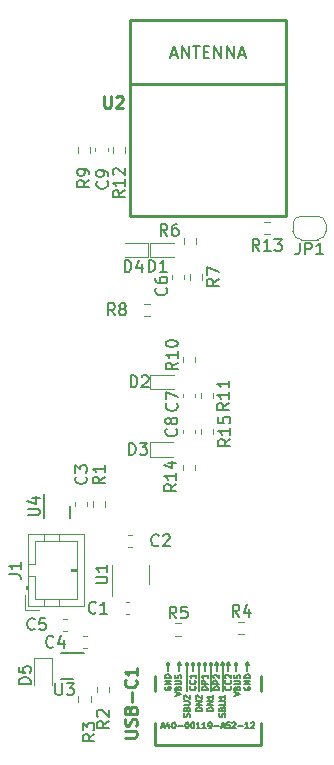
<source format=gbr>
%TF.GenerationSoftware,KiCad,Pcbnew,7.0.5*%
%TF.CreationDate,2023-08-28T21:54:47+01:00*%
%TF.ProjectId,Rapid Remote,52617069-6420-4526-956d-6f74652e6b69,C*%
%TF.SameCoordinates,PX8044ea0PY76ec560*%
%TF.FileFunction,Legend,Top*%
%TF.FilePolarity,Positive*%
%FSLAX46Y46*%
G04 Gerber Fmt 4.6, Leading zero omitted, Abs format (unit mm)*
G04 Created by KiCad (PCBNEW 7.0.5) date 2023-08-28 21:54:47*
%MOMM*%
%LPD*%
G01*
G04 APERTURE LIST*
%ADD10C,0.150000*%
%ADD11C,0.254000*%
%ADD12C,0.200000*%
%ADD13C,0.127000*%
%ADD14C,0.120000*%
G04 APERTURE END LIST*
D10*
%TO.C,U4*%
X1854819Y19538096D02*
X2664342Y19538096D01*
X2664342Y19538096D02*
X2759580Y19585715D01*
X2759580Y19585715D02*
X2807200Y19633334D01*
X2807200Y19633334D02*
X2854819Y19728572D01*
X2854819Y19728572D02*
X2854819Y19919048D01*
X2854819Y19919048D02*
X2807200Y20014286D01*
X2807200Y20014286D02*
X2759580Y20061905D01*
X2759580Y20061905D02*
X2664342Y20109524D01*
X2664342Y20109524D02*
X1854819Y20109524D01*
X2188152Y21014286D02*
X2854819Y21014286D01*
X1807200Y20776191D02*
X2521485Y20538096D01*
X2521485Y20538096D02*
X2521485Y21157143D01*
%TO.C,R7*%
X18006819Y39570334D02*
X17530628Y39237001D01*
X18006819Y38998906D02*
X17006819Y38998906D01*
X17006819Y38998906D02*
X17006819Y39379858D01*
X17006819Y39379858D02*
X17054438Y39475096D01*
X17054438Y39475096D02*
X17102057Y39522715D01*
X17102057Y39522715D02*
X17197295Y39570334D01*
X17197295Y39570334D02*
X17340152Y39570334D01*
X17340152Y39570334D02*
X17435390Y39522715D01*
X17435390Y39522715D02*
X17483009Y39475096D01*
X17483009Y39475096D02*
X17530628Y39379858D01*
X17530628Y39379858D02*
X17530628Y38998906D01*
X17006819Y39903668D02*
X17006819Y40570334D01*
X17006819Y40570334D02*
X18006819Y40141763D01*
%TO.C,C4*%
X4033333Y8440420D02*
X3985714Y8392800D01*
X3985714Y8392800D02*
X3842857Y8345181D01*
X3842857Y8345181D02*
X3747619Y8345181D01*
X3747619Y8345181D02*
X3604762Y8392800D01*
X3604762Y8392800D02*
X3509524Y8488039D01*
X3509524Y8488039D02*
X3461905Y8583277D01*
X3461905Y8583277D02*
X3414286Y8773753D01*
X3414286Y8773753D02*
X3414286Y8916610D01*
X3414286Y8916610D02*
X3461905Y9107086D01*
X3461905Y9107086D02*
X3509524Y9202324D01*
X3509524Y9202324D02*
X3604762Y9297562D01*
X3604762Y9297562D02*
X3747619Y9345181D01*
X3747619Y9345181D02*
X3842857Y9345181D01*
X3842857Y9345181D02*
X3985714Y9297562D01*
X3985714Y9297562D02*
X4033333Y9249943D01*
X4890476Y9011848D02*
X4890476Y8345181D01*
X4652381Y9392800D02*
X4414286Y8678515D01*
X4414286Y8678515D02*
X5033333Y8678515D01*
%TO.C,C1*%
X7628333Y11331169D02*
X7580714Y11283549D01*
X7580714Y11283549D02*
X7437857Y11235930D01*
X7437857Y11235930D02*
X7342619Y11235930D01*
X7342619Y11235930D02*
X7199762Y11283549D01*
X7199762Y11283549D02*
X7104524Y11378788D01*
X7104524Y11378788D02*
X7056905Y11474026D01*
X7056905Y11474026D02*
X7009286Y11664502D01*
X7009286Y11664502D02*
X7009286Y11807359D01*
X7009286Y11807359D02*
X7056905Y11997835D01*
X7056905Y11997835D02*
X7104524Y12093073D01*
X7104524Y12093073D02*
X7199762Y12188311D01*
X7199762Y12188311D02*
X7342619Y12235930D01*
X7342619Y12235930D02*
X7437857Y12235930D01*
X7437857Y12235930D02*
X7580714Y12188311D01*
X7580714Y12188311D02*
X7628333Y12140692D01*
X8580714Y11235930D02*
X8009286Y11235930D01*
X8295000Y11235930D02*
X8295000Y12235930D01*
X8295000Y12235930D02*
X8199762Y12093073D01*
X8199762Y12093073D02*
X8104524Y11997835D01*
X8104524Y11997835D02*
X8009286Y11950216D01*
%TO.C,D1*%
X12081905Y40171181D02*
X12081905Y41171181D01*
X12081905Y41171181D02*
X12320000Y41171181D01*
X12320000Y41171181D02*
X12462857Y41123562D01*
X12462857Y41123562D02*
X12558095Y41028324D01*
X12558095Y41028324D02*
X12605714Y40933086D01*
X12605714Y40933086D02*
X12653333Y40742610D01*
X12653333Y40742610D02*
X12653333Y40599753D01*
X12653333Y40599753D02*
X12605714Y40409277D01*
X12605714Y40409277D02*
X12558095Y40314039D01*
X12558095Y40314039D02*
X12462857Y40218800D01*
X12462857Y40218800D02*
X12320000Y40171181D01*
X12320000Y40171181D02*
X12081905Y40171181D01*
X13605714Y40171181D02*
X13034286Y40171181D01*
X13320000Y40171181D02*
X13320000Y41171181D01*
X13320000Y41171181D02*
X13224762Y41028324D01*
X13224762Y41028324D02*
X13129524Y40933086D01*
X13129524Y40933086D02*
X13034286Y40885467D01*
%TO.C,C5*%
X2433333Y9940420D02*
X2385714Y9892800D01*
X2385714Y9892800D02*
X2242857Y9845181D01*
X2242857Y9845181D02*
X2147619Y9845181D01*
X2147619Y9845181D02*
X2004762Y9892800D01*
X2004762Y9892800D02*
X1909524Y9988039D01*
X1909524Y9988039D02*
X1861905Y10083277D01*
X1861905Y10083277D02*
X1814286Y10273753D01*
X1814286Y10273753D02*
X1814286Y10416610D01*
X1814286Y10416610D02*
X1861905Y10607086D01*
X1861905Y10607086D02*
X1909524Y10702324D01*
X1909524Y10702324D02*
X2004762Y10797562D01*
X2004762Y10797562D02*
X2147619Y10845181D01*
X2147619Y10845181D02*
X2242857Y10845181D01*
X2242857Y10845181D02*
X2385714Y10797562D01*
X2385714Y10797562D02*
X2433333Y10749943D01*
X3338095Y10845181D02*
X2861905Y10845181D01*
X2861905Y10845181D02*
X2814286Y10368991D01*
X2814286Y10368991D02*
X2861905Y10416610D01*
X2861905Y10416610D02*
X2957143Y10464229D01*
X2957143Y10464229D02*
X3195238Y10464229D01*
X3195238Y10464229D02*
X3290476Y10416610D01*
X3290476Y10416610D02*
X3338095Y10368991D01*
X3338095Y10368991D02*
X3385714Y10273753D01*
X3385714Y10273753D02*
X3385714Y10035658D01*
X3385714Y10035658D02*
X3338095Y9940420D01*
X3338095Y9940420D02*
X3290476Y9892800D01*
X3290476Y9892800D02*
X3195238Y9845181D01*
X3195238Y9845181D02*
X2957143Y9845181D01*
X2957143Y9845181D02*
X2861905Y9892800D01*
X2861905Y9892800D02*
X2814286Y9940420D01*
%TO.C,D5*%
X2104819Y5261906D02*
X1104819Y5261906D01*
X1104819Y5261906D02*
X1104819Y5500001D01*
X1104819Y5500001D02*
X1152438Y5642858D01*
X1152438Y5642858D02*
X1247676Y5738096D01*
X1247676Y5738096D02*
X1342914Y5785715D01*
X1342914Y5785715D02*
X1533390Y5833334D01*
X1533390Y5833334D02*
X1676247Y5833334D01*
X1676247Y5833334D02*
X1866723Y5785715D01*
X1866723Y5785715D02*
X1961961Y5738096D01*
X1961961Y5738096D02*
X2057200Y5642858D01*
X2057200Y5642858D02*
X2104819Y5500001D01*
X2104819Y5500001D02*
X2104819Y5261906D01*
X1104819Y6738096D02*
X1104819Y6261906D01*
X1104819Y6261906D02*
X1581009Y6214287D01*
X1581009Y6214287D02*
X1533390Y6261906D01*
X1533390Y6261906D02*
X1485771Y6357144D01*
X1485771Y6357144D02*
X1485771Y6595239D01*
X1485771Y6595239D02*
X1533390Y6690477D01*
X1533390Y6690477D02*
X1581009Y6738096D01*
X1581009Y6738096D02*
X1676247Y6785715D01*
X1676247Y6785715D02*
X1914342Y6785715D01*
X1914342Y6785715D02*
X2009580Y6738096D01*
X2009580Y6738096D02*
X2057200Y6690477D01*
X2057200Y6690477D02*
X2104819Y6595239D01*
X2104819Y6595239D02*
X2104819Y6357144D01*
X2104819Y6357144D02*
X2057200Y6261906D01*
X2057200Y6261906D02*
X2009580Y6214287D01*
%TO.C,C2*%
X12933333Y17031169D02*
X12885714Y16983549D01*
X12885714Y16983549D02*
X12742857Y16935930D01*
X12742857Y16935930D02*
X12647619Y16935930D01*
X12647619Y16935930D02*
X12504762Y16983549D01*
X12504762Y16983549D02*
X12409524Y17078788D01*
X12409524Y17078788D02*
X12361905Y17174026D01*
X12361905Y17174026D02*
X12314286Y17364502D01*
X12314286Y17364502D02*
X12314286Y17507359D01*
X12314286Y17507359D02*
X12361905Y17697835D01*
X12361905Y17697835D02*
X12409524Y17793073D01*
X12409524Y17793073D02*
X12504762Y17888311D01*
X12504762Y17888311D02*
X12647619Y17935930D01*
X12647619Y17935930D02*
X12742857Y17935930D01*
X12742857Y17935930D02*
X12885714Y17888311D01*
X12885714Y17888311D02*
X12933333Y17840692D01*
X13314286Y17840692D02*
X13361905Y17888311D01*
X13361905Y17888311D02*
X13457143Y17935930D01*
X13457143Y17935930D02*
X13695238Y17935930D01*
X13695238Y17935930D02*
X13790476Y17888311D01*
X13790476Y17888311D02*
X13838095Y17840692D01*
X13838095Y17840692D02*
X13885714Y17745454D01*
X13885714Y17745454D02*
X13885714Y17650216D01*
X13885714Y17650216D02*
X13838095Y17507359D01*
X13838095Y17507359D02*
X13266667Y16935930D01*
X13266667Y16935930D02*
X13885714Y16935930D01*
%TO.C,R4*%
X19763333Y10979181D02*
X19430000Y11455372D01*
X19191905Y10979181D02*
X19191905Y11979181D01*
X19191905Y11979181D02*
X19572857Y11979181D01*
X19572857Y11979181D02*
X19668095Y11931562D01*
X19668095Y11931562D02*
X19715714Y11883943D01*
X19715714Y11883943D02*
X19763333Y11788705D01*
X19763333Y11788705D02*
X19763333Y11645848D01*
X19763333Y11645848D02*
X19715714Y11550610D01*
X19715714Y11550610D02*
X19668095Y11502991D01*
X19668095Y11502991D02*
X19572857Y11455372D01*
X19572857Y11455372D02*
X19191905Y11455372D01*
X20620476Y11645848D02*
X20620476Y10979181D01*
X20382381Y12026800D02*
X20144286Y11312515D01*
X20144286Y11312515D02*
X20763333Y11312515D01*
%TO.C,R10*%
X14544819Y32490143D02*
X14068628Y32156810D01*
X14544819Y31918715D02*
X13544819Y31918715D01*
X13544819Y31918715D02*
X13544819Y32299667D01*
X13544819Y32299667D02*
X13592438Y32394905D01*
X13592438Y32394905D02*
X13640057Y32442524D01*
X13640057Y32442524D02*
X13735295Y32490143D01*
X13735295Y32490143D02*
X13878152Y32490143D01*
X13878152Y32490143D02*
X13973390Y32442524D01*
X13973390Y32442524D02*
X14021009Y32394905D01*
X14021009Y32394905D02*
X14068628Y32299667D01*
X14068628Y32299667D02*
X14068628Y31918715D01*
X14544819Y33442524D02*
X14544819Y32871096D01*
X14544819Y33156810D02*
X13544819Y33156810D01*
X13544819Y33156810D02*
X13687676Y33061572D01*
X13687676Y33061572D02*
X13782914Y32966334D01*
X13782914Y32966334D02*
X13830533Y32871096D01*
X13544819Y34061572D02*
X13544819Y34156810D01*
X13544819Y34156810D02*
X13592438Y34252048D01*
X13592438Y34252048D02*
X13640057Y34299667D01*
X13640057Y34299667D02*
X13735295Y34347286D01*
X13735295Y34347286D02*
X13925771Y34394905D01*
X13925771Y34394905D02*
X14163866Y34394905D01*
X14163866Y34394905D02*
X14354342Y34347286D01*
X14354342Y34347286D02*
X14449580Y34299667D01*
X14449580Y34299667D02*
X14497200Y34252048D01*
X14497200Y34252048D02*
X14544819Y34156810D01*
X14544819Y34156810D02*
X14544819Y34061572D01*
X14544819Y34061572D02*
X14497200Y33966334D01*
X14497200Y33966334D02*
X14449580Y33918715D01*
X14449580Y33918715D02*
X14354342Y33871096D01*
X14354342Y33871096D02*
X14163866Y33823477D01*
X14163866Y33823477D02*
X13925771Y33823477D01*
X13925771Y33823477D02*
X13735295Y33871096D01*
X13735295Y33871096D02*
X13640057Y33918715D01*
X13640057Y33918715D02*
X13592438Y33966334D01*
X13592438Y33966334D02*
X13544819Y34061572D01*
%TO.C,R1*%
X8354819Y22833334D02*
X7878628Y22500001D01*
X8354819Y22261906D02*
X7354819Y22261906D01*
X7354819Y22261906D02*
X7354819Y22642858D01*
X7354819Y22642858D02*
X7402438Y22738096D01*
X7402438Y22738096D02*
X7450057Y22785715D01*
X7450057Y22785715D02*
X7545295Y22833334D01*
X7545295Y22833334D02*
X7688152Y22833334D01*
X7688152Y22833334D02*
X7783390Y22785715D01*
X7783390Y22785715D02*
X7831009Y22738096D01*
X7831009Y22738096D02*
X7878628Y22642858D01*
X7878628Y22642858D02*
X7878628Y22261906D01*
X8354819Y23785715D02*
X8354819Y23214287D01*
X8354819Y23500001D02*
X7354819Y23500001D01*
X7354819Y23500001D02*
X7497676Y23404763D01*
X7497676Y23404763D02*
X7592914Y23309525D01*
X7592914Y23309525D02*
X7640533Y23214287D01*
D11*
%TO.C,U2*%
X8325904Y55059188D02*
X8325904Y54236711D01*
X8325904Y54236711D02*
X8374285Y54139949D01*
X8374285Y54139949D02*
X8422666Y54091568D01*
X8422666Y54091568D02*
X8519428Y54043188D01*
X8519428Y54043188D02*
X8712952Y54043188D01*
X8712952Y54043188D02*
X8809714Y54091568D01*
X8809714Y54091568D02*
X8858095Y54139949D01*
X8858095Y54139949D02*
X8906476Y54236711D01*
X8906476Y54236711D02*
X8906476Y55059188D01*
X9341904Y54962426D02*
X9390285Y55010807D01*
X9390285Y55010807D02*
X9487047Y55059188D01*
X9487047Y55059188D02*
X9728952Y55059188D01*
X9728952Y55059188D02*
X9825714Y55010807D01*
X9825714Y55010807D02*
X9874095Y54962426D01*
X9874095Y54962426D02*
X9922476Y54865664D01*
X9922476Y54865664D02*
X9922476Y54768902D01*
X9922476Y54768902D02*
X9874095Y54623759D01*
X9874095Y54623759D02*
X9293523Y54043188D01*
X9293523Y54043188D02*
X9922476Y54043188D01*
D12*
X13979428Y58530665D02*
X14463238Y58530665D01*
X13882666Y58240380D02*
X14221333Y59256380D01*
X14221333Y59256380D02*
X14560000Y58240380D01*
X14898666Y58240380D02*
X14898666Y59256380D01*
X14898666Y59256380D02*
X15479238Y58240380D01*
X15479238Y58240380D02*
X15479238Y59256380D01*
X15817904Y59256380D02*
X16398476Y59256380D01*
X16108190Y58240380D02*
X16108190Y59256380D01*
X16737142Y58772570D02*
X17075809Y58772570D01*
X17220952Y58240380D02*
X16737142Y58240380D01*
X16737142Y58240380D02*
X16737142Y59256380D01*
X16737142Y59256380D02*
X17220952Y59256380D01*
X17656380Y58240380D02*
X17656380Y59256380D01*
X17656380Y59256380D02*
X18236952Y58240380D01*
X18236952Y58240380D02*
X18236952Y59256380D01*
X18720761Y58240380D02*
X18720761Y59256380D01*
X18720761Y59256380D02*
X19301333Y58240380D01*
X19301333Y58240380D02*
X19301333Y59256380D01*
X19736761Y58530665D02*
X20220571Y58530665D01*
X19639999Y58240380D02*
X19978666Y59256380D01*
X19978666Y59256380D02*
X20317333Y58240380D01*
D10*
%TO.C,R13*%
X21457142Y41945181D02*
X21123809Y42421372D01*
X20885714Y41945181D02*
X20885714Y42945181D01*
X20885714Y42945181D02*
X21266666Y42945181D01*
X21266666Y42945181D02*
X21361904Y42897562D01*
X21361904Y42897562D02*
X21409523Y42849943D01*
X21409523Y42849943D02*
X21457142Y42754705D01*
X21457142Y42754705D02*
X21457142Y42611848D01*
X21457142Y42611848D02*
X21409523Y42516610D01*
X21409523Y42516610D02*
X21361904Y42468991D01*
X21361904Y42468991D02*
X21266666Y42421372D01*
X21266666Y42421372D02*
X20885714Y42421372D01*
X22409523Y41945181D02*
X21838095Y41945181D01*
X22123809Y41945181D02*
X22123809Y42945181D01*
X22123809Y42945181D02*
X22028571Y42802324D01*
X22028571Y42802324D02*
X21933333Y42707086D01*
X21933333Y42707086D02*
X21838095Y42659467D01*
X22742857Y42945181D02*
X23361904Y42945181D01*
X23361904Y42945181D02*
X23028571Y42564229D01*
X23028571Y42564229D02*
X23171428Y42564229D01*
X23171428Y42564229D02*
X23266666Y42516610D01*
X23266666Y42516610D02*
X23314285Y42468991D01*
X23314285Y42468991D02*
X23361904Y42373753D01*
X23361904Y42373753D02*
X23361904Y42135658D01*
X23361904Y42135658D02*
X23314285Y42040420D01*
X23314285Y42040420D02*
X23266666Y41992800D01*
X23266666Y41992800D02*
X23171428Y41945181D01*
X23171428Y41945181D02*
X22885714Y41945181D01*
X22885714Y41945181D02*
X22790476Y41992800D01*
X22790476Y41992800D02*
X22742857Y42040420D01*
%TO.C,R14*%
X14417819Y22203143D02*
X13941628Y21869810D01*
X14417819Y21631715D02*
X13417819Y21631715D01*
X13417819Y21631715D02*
X13417819Y22012667D01*
X13417819Y22012667D02*
X13465438Y22107905D01*
X13465438Y22107905D02*
X13513057Y22155524D01*
X13513057Y22155524D02*
X13608295Y22203143D01*
X13608295Y22203143D02*
X13751152Y22203143D01*
X13751152Y22203143D02*
X13846390Y22155524D01*
X13846390Y22155524D02*
X13894009Y22107905D01*
X13894009Y22107905D02*
X13941628Y22012667D01*
X13941628Y22012667D02*
X13941628Y21631715D01*
X14417819Y23155524D02*
X14417819Y22584096D01*
X14417819Y22869810D02*
X13417819Y22869810D01*
X13417819Y22869810D02*
X13560676Y22774572D01*
X13560676Y22774572D02*
X13655914Y22679334D01*
X13655914Y22679334D02*
X13703533Y22584096D01*
X13751152Y24012667D02*
X14417819Y24012667D01*
X13370200Y23774572D02*
X14084485Y23536477D01*
X14084485Y23536477D02*
X14084485Y24155524D01*
%TO.C,C7*%
X14449580Y29029334D02*
X14497200Y28981715D01*
X14497200Y28981715D02*
X14544819Y28838858D01*
X14544819Y28838858D02*
X14544819Y28743620D01*
X14544819Y28743620D02*
X14497200Y28600763D01*
X14497200Y28600763D02*
X14401961Y28505525D01*
X14401961Y28505525D02*
X14306723Y28457906D01*
X14306723Y28457906D02*
X14116247Y28410287D01*
X14116247Y28410287D02*
X13973390Y28410287D01*
X13973390Y28410287D02*
X13782914Y28457906D01*
X13782914Y28457906D02*
X13687676Y28505525D01*
X13687676Y28505525D02*
X13592438Y28600763D01*
X13592438Y28600763D02*
X13544819Y28743620D01*
X13544819Y28743620D02*
X13544819Y28838858D01*
X13544819Y28838858D02*
X13592438Y28981715D01*
X13592438Y28981715D02*
X13640057Y29029334D01*
X13544819Y29362668D02*
X13544819Y30029334D01*
X13544819Y30029334D02*
X14544819Y29600763D01*
%TO.C,D4*%
X10061905Y40145181D02*
X10061905Y41145181D01*
X10061905Y41145181D02*
X10300000Y41145181D01*
X10300000Y41145181D02*
X10442857Y41097562D01*
X10442857Y41097562D02*
X10538095Y41002324D01*
X10538095Y41002324D02*
X10585714Y40907086D01*
X10585714Y40907086D02*
X10633333Y40716610D01*
X10633333Y40716610D02*
X10633333Y40573753D01*
X10633333Y40573753D02*
X10585714Y40383277D01*
X10585714Y40383277D02*
X10538095Y40288039D01*
X10538095Y40288039D02*
X10442857Y40192800D01*
X10442857Y40192800D02*
X10300000Y40145181D01*
X10300000Y40145181D02*
X10061905Y40145181D01*
X11490476Y40811848D02*
X11490476Y40145181D01*
X11252381Y41192800D02*
X11014286Y40478515D01*
X11014286Y40478515D02*
X11633333Y40478515D01*
%TO.C,C6*%
X13560580Y38808334D02*
X13608200Y38760715D01*
X13608200Y38760715D02*
X13655819Y38617858D01*
X13655819Y38617858D02*
X13655819Y38522620D01*
X13655819Y38522620D02*
X13608200Y38379763D01*
X13608200Y38379763D02*
X13512961Y38284525D01*
X13512961Y38284525D02*
X13417723Y38236906D01*
X13417723Y38236906D02*
X13227247Y38189287D01*
X13227247Y38189287D02*
X13084390Y38189287D01*
X13084390Y38189287D02*
X12893914Y38236906D01*
X12893914Y38236906D02*
X12798676Y38284525D01*
X12798676Y38284525D02*
X12703438Y38379763D01*
X12703438Y38379763D02*
X12655819Y38522620D01*
X12655819Y38522620D02*
X12655819Y38617858D01*
X12655819Y38617858D02*
X12703438Y38760715D01*
X12703438Y38760715D02*
X12751057Y38808334D01*
X12655819Y39665477D02*
X12655819Y39475001D01*
X12655819Y39475001D02*
X12703438Y39379763D01*
X12703438Y39379763D02*
X12751057Y39332144D01*
X12751057Y39332144D02*
X12893914Y39236906D01*
X12893914Y39236906D02*
X13084390Y39189287D01*
X13084390Y39189287D02*
X13465342Y39189287D01*
X13465342Y39189287D02*
X13560580Y39236906D01*
X13560580Y39236906D02*
X13608200Y39284525D01*
X13608200Y39284525D02*
X13655819Y39379763D01*
X13655819Y39379763D02*
X13655819Y39570239D01*
X13655819Y39570239D02*
X13608200Y39665477D01*
X13608200Y39665477D02*
X13560580Y39713096D01*
X13560580Y39713096D02*
X13465342Y39760715D01*
X13465342Y39760715D02*
X13227247Y39760715D01*
X13227247Y39760715D02*
X13132009Y39713096D01*
X13132009Y39713096D02*
X13084390Y39665477D01*
X13084390Y39665477D02*
X13036771Y39570239D01*
X13036771Y39570239D02*
X13036771Y39379763D01*
X13036771Y39379763D02*
X13084390Y39284525D01*
X13084390Y39284525D02*
X13132009Y39236906D01*
X13132009Y39236906D02*
X13227247Y39189287D01*
%TO.C,R3*%
X7504819Y1033334D02*
X7028628Y700001D01*
X7504819Y461906D02*
X6504819Y461906D01*
X6504819Y461906D02*
X6504819Y842858D01*
X6504819Y842858D02*
X6552438Y938096D01*
X6552438Y938096D02*
X6600057Y985715D01*
X6600057Y985715D02*
X6695295Y1033334D01*
X6695295Y1033334D02*
X6838152Y1033334D01*
X6838152Y1033334D02*
X6933390Y985715D01*
X6933390Y985715D02*
X6981009Y938096D01*
X6981009Y938096D02*
X7028628Y842858D01*
X7028628Y842858D02*
X7028628Y461906D01*
X6504819Y1366668D02*
X6504819Y1985715D01*
X6504819Y1985715D02*
X6885771Y1652382D01*
X6885771Y1652382D02*
X6885771Y1795239D01*
X6885771Y1795239D02*
X6933390Y1890477D01*
X6933390Y1890477D02*
X6981009Y1938096D01*
X6981009Y1938096D02*
X7076247Y1985715D01*
X7076247Y1985715D02*
X7314342Y1985715D01*
X7314342Y1985715D02*
X7409580Y1938096D01*
X7409580Y1938096D02*
X7457200Y1890477D01*
X7457200Y1890477D02*
X7504819Y1795239D01*
X7504819Y1795239D02*
X7504819Y1509525D01*
X7504819Y1509525D02*
X7457200Y1414287D01*
X7457200Y1414287D02*
X7409580Y1366668D01*
%TO.C,R6*%
X13669333Y43219181D02*
X13336000Y43695372D01*
X13097905Y43219181D02*
X13097905Y44219181D01*
X13097905Y44219181D02*
X13478857Y44219181D01*
X13478857Y44219181D02*
X13574095Y44171562D01*
X13574095Y44171562D02*
X13621714Y44123943D01*
X13621714Y44123943D02*
X13669333Y44028705D01*
X13669333Y44028705D02*
X13669333Y43885848D01*
X13669333Y43885848D02*
X13621714Y43790610D01*
X13621714Y43790610D02*
X13574095Y43742991D01*
X13574095Y43742991D02*
X13478857Y43695372D01*
X13478857Y43695372D02*
X13097905Y43695372D01*
X14526476Y44219181D02*
X14336000Y44219181D01*
X14336000Y44219181D02*
X14240762Y44171562D01*
X14240762Y44171562D02*
X14193143Y44123943D01*
X14193143Y44123943D02*
X14097905Y43981086D01*
X14097905Y43981086D02*
X14050286Y43790610D01*
X14050286Y43790610D02*
X14050286Y43409658D01*
X14050286Y43409658D02*
X14097905Y43314420D01*
X14097905Y43314420D02*
X14145524Y43266800D01*
X14145524Y43266800D02*
X14240762Y43219181D01*
X14240762Y43219181D02*
X14431238Y43219181D01*
X14431238Y43219181D02*
X14526476Y43266800D01*
X14526476Y43266800D02*
X14574095Y43314420D01*
X14574095Y43314420D02*
X14621714Y43409658D01*
X14621714Y43409658D02*
X14621714Y43647753D01*
X14621714Y43647753D02*
X14574095Y43742991D01*
X14574095Y43742991D02*
X14526476Y43790610D01*
X14526476Y43790610D02*
X14431238Y43838229D01*
X14431238Y43838229D02*
X14240762Y43838229D01*
X14240762Y43838229D02*
X14145524Y43790610D01*
X14145524Y43790610D02*
X14097905Y43742991D01*
X14097905Y43742991D02*
X14050286Y43647753D01*
%TO.C,R15*%
X18989819Y26013143D02*
X18513628Y25679810D01*
X18989819Y25441715D02*
X17989819Y25441715D01*
X17989819Y25441715D02*
X17989819Y25822667D01*
X17989819Y25822667D02*
X18037438Y25917905D01*
X18037438Y25917905D02*
X18085057Y25965524D01*
X18085057Y25965524D02*
X18180295Y26013143D01*
X18180295Y26013143D02*
X18323152Y26013143D01*
X18323152Y26013143D02*
X18418390Y25965524D01*
X18418390Y25965524D02*
X18466009Y25917905D01*
X18466009Y25917905D02*
X18513628Y25822667D01*
X18513628Y25822667D02*
X18513628Y25441715D01*
X18989819Y26965524D02*
X18989819Y26394096D01*
X18989819Y26679810D02*
X17989819Y26679810D01*
X17989819Y26679810D02*
X18132676Y26584572D01*
X18132676Y26584572D02*
X18227914Y26489334D01*
X18227914Y26489334D02*
X18275533Y26394096D01*
X17989819Y27870286D02*
X17989819Y27394096D01*
X17989819Y27394096D02*
X18466009Y27346477D01*
X18466009Y27346477D02*
X18418390Y27394096D01*
X18418390Y27394096D02*
X18370771Y27489334D01*
X18370771Y27489334D02*
X18370771Y27727429D01*
X18370771Y27727429D02*
X18418390Y27822667D01*
X18418390Y27822667D02*
X18466009Y27870286D01*
X18466009Y27870286D02*
X18561247Y27917905D01*
X18561247Y27917905D02*
X18799342Y27917905D01*
X18799342Y27917905D02*
X18894580Y27870286D01*
X18894580Y27870286D02*
X18942200Y27822667D01*
X18942200Y27822667D02*
X18989819Y27727429D01*
X18989819Y27727429D02*
X18989819Y27489334D01*
X18989819Y27489334D02*
X18942200Y27394096D01*
X18942200Y27394096D02*
X18894580Y27346477D01*
%TO.C,R8*%
X9224333Y36488181D02*
X8891000Y36964372D01*
X8652905Y36488181D02*
X8652905Y37488181D01*
X8652905Y37488181D02*
X9033857Y37488181D01*
X9033857Y37488181D02*
X9129095Y37440562D01*
X9129095Y37440562D02*
X9176714Y37392943D01*
X9176714Y37392943D02*
X9224333Y37297705D01*
X9224333Y37297705D02*
X9224333Y37154848D01*
X9224333Y37154848D02*
X9176714Y37059610D01*
X9176714Y37059610D02*
X9129095Y37011991D01*
X9129095Y37011991D02*
X9033857Y36964372D01*
X9033857Y36964372D02*
X8652905Y36964372D01*
X9795762Y37059610D02*
X9700524Y37107229D01*
X9700524Y37107229D02*
X9652905Y37154848D01*
X9652905Y37154848D02*
X9605286Y37250086D01*
X9605286Y37250086D02*
X9605286Y37297705D01*
X9605286Y37297705D02*
X9652905Y37392943D01*
X9652905Y37392943D02*
X9700524Y37440562D01*
X9700524Y37440562D02*
X9795762Y37488181D01*
X9795762Y37488181D02*
X9986238Y37488181D01*
X9986238Y37488181D02*
X10081476Y37440562D01*
X10081476Y37440562D02*
X10129095Y37392943D01*
X10129095Y37392943D02*
X10176714Y37297705D01*
X10176714Y37297705D02*
X10176714Y37250086D01*
X10176714Y37250086D02*
X10129095Y37154848D01*
X10129095Y37154848D02*
X10081476Y37107229D01*
X10081476Y37107229D02*
X9986238Y37059610D01*
X9986238Y37059610D02*
X9795762Y37059610D01*
X9795762Y37059610D02*
X9700524Y37011991D01*
X9700524Y37011991D02*
X9652905Y36964372D01*
X9652905Y36964372D02*
X9605286Y36869134D01*
X9605286Y36869134D02*
X9605286Y36678658D01*
X9605286Y36678658D02*
X9652905Y36583420D01*
X9652905Y36583420D02*
X9700524Y36535800D01*
X9700524Y36535800D02*
X9795762Y36488181D01*
X9795762Y36488181D02*
X9986238Y36488181D01*
X9986238Y36488181D02*
X10081476Y36535800D01*
X10081476Y36535800D02*
X10129095Y36583420D01*
X10129095Y36583420D02*
X10176714Y36678658D01*
X10176714Y36678658D02*
X10176714Y36869134D01*
X10176714Y36869134D02*
X10129095Y36964372D01*
X10129095Y36964372D02*
X10081476Y37011991D01*
X10081476Y37011991D02*
X9986238Y37059610D01*
%TO.C,R12*%
X10054819Y47057143D02*
X9578628Y46723810D01*
X10054819Y46485715D02*
X9054819Y46485715D01*
X9054819Y46485715D02*
X9054819Y46866667D01*
X9054819Y46866667D02*
X9102438Y46961905D01*
X9102438Y46961905D02*
X9150057Y47009524D01*
X9150057Y47009524D02*
X9245295Y47057143D01*
X9245295Y47057143D02*
X9388152Y47057143D01*
X9388152Y47057143D02*
X9483390Y47009524D01*
X9483390Y47009524D02*
X9531009Y46961905D01*
X9531009Y46961905D02*
X9578628Y46866667D01*
X9578628Y46866667D02*
X9578628Y46485715D01*
X10054819Y48009524D02*
X10054819Y47438096D01*
X10054819Y47723810D02*
X9054819Y47723810D01*
X9054819Y47723810D02*
X9197676Y47628572D01*
X9197676Y47628572D02*
X9292914Y47533334D01*
X9292914Y47533334D02*
X9340533Y47438096D01*
X9150057Y48390477D02*
X9102438Y48438096D01*
X9102438Y48438096D02*
X9054819Y48533334D01*
X9054819Y48533334D02*
X9054819Y48771429D01*
X9054819Y48771429D02*
X9102438Y48866667D01*
X9102438Y48866667D02*
X9150057Y48914286D01*
X9150057Y48914286D02*
X9245295Y48961905D01*
X9245295Y48961905D02*
X9340533Y48961905D01*
X9340533Y48961905D02*
X9483390Y48914286D01*
X9483390Y48914286D02*
X10054819Y48342858D01*
X10054819Y48342858D02*
X10054819Y48961905D01*
%TO.C,C8*%
X14416580Y26870334D02*
X14464200Y26822715D01*
X14464200Y26822715D02*
X14511819Y26679858D01*
X14511819Y26679858D02*
X14511819Y26584620D01*
X14511819Y26584620D02*
X14464200Y26441763D01*
X14464200Y26441763D02*
X14368961Y26346525D01*
X14368961Y26346525D02*
X14273723Y26298906D01*
X14273723Y26298906D02*
X14083247Y26251287D01*
X14083247Y26251287D02*
X13940390Y26251287D01*
X13940390Y26251287D02*
X13749914Y26298906D01*
X13749914Y26298906D02*
X13654676Y26346525D01*
X13654676Y26346525D02*
X13559438Y26441763D01*
X13559438Y26441763D02*
X13511819Y26584620D01*
X13511819Y26584620D02*
X13511819Y26679858D01*
X13511819Y26679858D02*
X13559438Y26822715D01*
X13559438Y26822715D02*
X13607057Y26870334D01*
X13940390Y27441763D02*
X13892771Y27346525D01*
X13892771Y27346525D02*
X13845152Y27298906D01*
X13845152Y27298906D02*
X13749914Y27251287D01*
X13749914Y27251287D02*
X13702295Y27251287D01*
X13702295Y27251287D02*
X13607057Y27298906D01*
X13607057Y27298906D02*
X13559438Y27346525D01*
X13559438Y27346525D02*
X13511819Y27441763D01*
X13511819Y27441763D02*
X13511819Y27632239D01*
X13511819Y27632239D02*
X13559438Y27727477D01*
X13559438Y27727477D02*
X13607057Y27775096D01*
X13607057Y27775096D02*
X13702295Y27822715D01*
X13702295Y27822715D02*
X13749914Y27822715D01*
X13749914Y27822715D02*
X13845152Y27775096D01*
X13845152Y27775096D02*
X13892771Y27727477D01*
X13892771Y27727477D02*
X13940390Y27632239D01*
X13940390Y27632239D02*
X13940390Y27441763D01*
X13940390Y27441763D02*
X13988009Y27346525D01*
X13988009Y27346525D02*
X14035628Y27298906D01*
X14035628Y27298906D02*
X14130866Y27251287D01*
X14130866Y27251287D02*
X14321342Y27251287D01*
X14321342Y27251287D02*
X14416580Y27298906D01*
X14416580Y27298906D02*
X14464200Y27346525D01*
X14464200Y27346525D02*
X14511819Y27441763D01*
X14511819Y27441763D02*
X14511819Y27632239D01*
X14511819Y27632239D02*
X14464200Y27727477D01*
X14464200Y27727477D02*
X14416580Y27775096D01*
X14416580Y27775096D02*
X14321342Y27822715D01*
X14321342Y27822715D02*
X14130866Y27822715D01*
X14130866Y27822715D02*
X14035628Y27775096D01*
X14035628Y27775096D02*
X13988009Y27727477D01*
X13988009Y27727477D02*
X13940390Y27632239D01*
%TO.C,D2*%
X10557905Y30392181D02*
X10557905Y31392181D01*
X10557905Y31392181D02*
X10796000Y31392181D01*
X10796000Y31392181D02*
X10938857Y31344562D01*
X10938857Y31344562D02*
X11034095Y31249324D01*
X11034095Y31249324D02*
X11081714Y31154086D01*
X11081714Y31154086D02*
X11129333Y30963610D01*
X11129333Y30963610D02*
X11129333Y30820753D01*
X11129333Y30820753D02*
X11081714Y30630277D01*
X11081714Y30630277D02*
X11034095Y30535039D01*
X11034095Y30535039D02*
X10938857Y30439800D01*
X10938857Y30439800D02*
X10796000Y30392181D01*
X10796000Y30392181D02*
X10557905Y30392181D01*
X11510286Y31296943D02*
X11557905Y31344562D01*
X11557905Y31344562D02*
X11653143Y31392181D01*
X11653143Y31392181D02*
X11891238Y31392181D01*
X11891238Y31392181D02*
X11986476Y31344562D01*
X11986476Y31344562D02*
X12034095Y31296943D01*
X12034095Y31296943D02*
X12081714Y31201705D01*
X12081714Y31201705D02*
X12081714Y31106467D01*
X12081714Y31106467D02*
X12034095Y30963610D01*
X12034095Y30963610D02*
X11462667Y30392181D01*
X11462667Y30392181D02*
X12081714Y30392181D01*
%TO.C,R9*%
X7054819Y47933334D02*
X6578628Y47600001D01*
X7054819Y47361906D02*
X6054819Y47361906D01*
X6054819Y47361906D02*
X6054819Y47742858D01*
X6054819Y47742858D02*
X6102438Y47838096D01*
X6102438Y47838096D02*
X6150057Y47885715D01*
X6150057Y47885715D02*
X6245295Y47933334D01*
X6245295Y47933334D02*
X6388152Y47933334D01*
X6388152Y47933334D02*
X6483390Y47885715D01*
X6483390Y47885715D02*
X6531009Y47838096D01*
X6531009Y47838096D02*
X6578628Y47742858D01*
X6578628Y47742858D02*
X6578628Y47361906D01*
X7054819Y48409525D02*
X7054819Y48600001D01*
X7054819Y48600001D02*
X7007200Y48695239D01*
X7007200Y48695239D02*
X6959580Y48742858D01*
X6959580Y48742858D02*
X6816723Y48838096D01*
X6816723Y48838096D02*
X6626247Y48885715D01*
X6626247Y48885715D02*
X6245295Y48885715D01*
X6245295Y48885715D02*
X6150057Y48838096D01*
X6150057Y48838096D02*
X6102438Y48790477D01*
X6102438Y48790477D02*
X6054819Y48695239D01*
X6054819Y48695239D02*
X6054819Y48504763D01*
X6054819Y48504763D02*
X6102438Y48409525D01*
X6102438Y48409525D02*
X6150057Y48361906D01*
X6150057Y48361906D02*
X6245295Y48314287D01*
X6245295Y48314287D02*
X6483390Y48314287D01*
X6483390Y48314287D02*
X6578628Y48361906D01*
X6578628Y48361906D02*
X6626247Y48409525D01*
X6626247Y48409525D02*
X6673866Y48504763D01*
X6673866Y48504763D02*
X6673866Y48695239D01*
X6673866Y48695239D02*
X6626247Y48790477D01*
X6626247Y48790477D02*
X6578628Y48838096D01*
X6578628Y48838096D02*
X6483390Y48885715D01*
D11*
%TO.C,USB-C1*%
X10063812Y735143D02*
X10886289Y735143D01*
X10886289Y735143D02*
X10983051Y783524D01*
X10983051Y783524D02*
X11031432Y831905D01*
X11031432Y831905D02*
X11079812Y928667D01*
X11079812Y928667D02*
X11079812Y1122191D01*
X11079812Y1122191D02*
X11031432Y1218953D01*
X11031432Y1218953D02*
X10983051Y1267334D01*
X10983051Y1267334D02*
X10886289Y1315715D01*
X10886289Y1315715D02*
X10063812Y1315715D01*
X11031432Y1751143D02*
X11079812Y1896286D01*
X11079812Y1896286D02*
X11079812Y2138191D01*
X11079812Y2138191D02*
X11031432Y2234953D01*
X11031432Y2234953D02*
X10983051Y2283334D01*
X10983051Y2283334D02*
X10886289Y2331715D01*
X10886289Y2331715D02*
X10789527Y2331715D01*
X10789527Y2331715D02*
X10692765Y2283334D01*
X10692765Y2283334D02*
X10644384Y2234953D01*
X10644384Y2234953D02*
X10596003Y2138191D01*
X10596003Y2138191D02*
X10547622Y1944667D01*
X10547622Y1944667D02*
X10499241Y1847905D01*
X10499241Y1847905D02*
X10450860Y1799524D01*
X10450860Y1799524D02*
X10354098Y1751143D01*
X10354098Y1751143D02*
X10257336Y1751143D01*
X10257336Y1751143D02*
X10160574Y1799524D01*
X10160574Y1799524D02*
X10112193Y1847905D01*
X10112193Y1847905D02*
X10063812Y1944667D01*
X10063812Y1944667D02*
X10063812Y2186572D01*
X10063812Y2186572D02*
X10112193Y2331715D01*
X10547622Y3105810D02*
X10596003Y3250953D01*
X10596003Y3250953D02*
X10644384Y3299334D01*
X10644384Y3299334D02*
X10741146Y3347715D01*
X10741146Y3347715D02*
X10886289Y3347715D01*
X10886289Y3347715D02*
X10983051Y3299334D01*
X10983051Y3299334D02*
X11031432Y3250953D01*
X11031432Y3250953D02*
X11079812Y3154191D01*
X11079812Y3154191D02*
X11079812Y2767143D01*
X11079812Y2767143D02*
X10063812Y2767143D01*
X10063812Y2767143D02*
X10063812Y3105810D01*
X10063812Y3105810D02*
X10112193Y3202572D01*
X10112193Y3202572D02*
X10160574Y3250953D01*
X10160574Y3250953D02*
X10257336Y3299334D01*
X10257336Y3299334D02*
X10354098Y3299334D01*
X10354098Y3299334D02*
X10450860Y3250953D01*
X10450860Y3250953D02*
X10499241Y3202572D01*
X10499241Y3202572D02*
X10547622Y3105810D01*
X10547622Y3105810D02*
X10547622Y2767143D01*
X10692765Y3783143D02*
X10692765Y4557238D01*
X10983051Y5621620D02*
X11031432Y5573239D01*
X11031432Y5573239D02*
X11079812Y5428096D01*
X11079812Y5428096D02*
X11079812Y5331334D01*
X11079812Y5331334D02*
X11031432Y5186191D01*
X11031432Y5186191D02*
X10934670Y5089429D01*
X10934670Y5089429D02*
X10837908Y5041048D01*
X10837908Y5041048D02*
X10644384Y4992667D01*
X10644384Y4992667D02*
X10499241Y4992667D01*
X10499241Y4992667D02*
X10305717Y5041048D01*
X10305717Y5041048D02*
X10208955Y5089429D01*
X10208955Y5089429D02*
X10112193Y5186191D01*
X10112193Y5186191D02*
X10063812Y5331334D01*
X10063812Y5331334D02*
X10063812Y5428096D01*
X10063812Y5428096D02*
X10112193Y5573239D01*
X10112193Y5573239D02*
X10160574Y5621620D01*
X11079812Y6589239D02*
X11079812Y6008667D01*
X11079812Y6298953D02*
X10063812Y6298953D01*
X10063812Y6298953D02*
X10208955Y6202191D01*
X10208955Y6202191D02*
X10305717Y6105429D01*
X10305717Y6105429D02*
X10354098Y6008667D01*
D13*
X19320406Y4218667D02*
X19828406Y4388001D01*
X19828406Y4388001D02*
X19320406Y4557334D01*
X19562311Y4896001D02*
X19586501Y4968573D01*
X19586501Y4968573D02*
X19610692Y4992763D01*
X19610692Y4992763D02*
X19659073Y5016954D01*
X19659073Y5016954D02*
X19731644Y5016954D01*
X19731644Y5016954D02*
X19780025Y4992763D01*
X19780025Y4992763D02*
X19804216Y4968573D01*
X19804216Y4968573D02*
X19828406Y4920192D01*
X19828406Y4920192D02*
X19828406Y4726668D01*
X19828406Y4726668D02*
X19320406Y4726668D01*
X19320406Y4726668D02*
X19320406Y4896001D01*
X19320406Y4896001D02*
X19344596Y4944382D01*
X19344596Y4944382D02*
X19368787Y4968573D01*
X19368787Y4968573D02*
X19417168Y4992763D01*
X19417168Y4992763D02*
X19465549Y4992763D01*
X19465549Y4992763D02*
X19513930Y4968573D01*
X19513930Y4968573D02*
X19538120Y4944382D01*
X19538120Y4944382D02*
X19562311Y4896001D01*
X19562311Y4896001D02*
X19562311Y4726668D01*
X19320406Y5234668D02*
X19731644Y5234668D01*
X19731644Y5234668D02*
X19780025Y5258858D01*
X19780025Y5258858D02*
X19804216Y5283049D01*
X19804216Y5283049D02*
X19828406Y5331430D01*
X19828406Y5331430D02*
X19828406Y5428192D01*
X19828406Y5428192D02*
X19804216Y5476573D01*
X19804216Y5476573D02*
X19780025Y5500763D01*
X19780025Y5500763D02*
X19731644Y5524954D01*
X19731644Y5524954D02*
X19320406Y5524954D01*
X19804216Y5742667D02*
X19828406Y5815239D01*
X19828406Y5815239D02*
X19828406Y5936191D01*
X19828406Y5936191D02*
X19804216Y5984572D01*
X19804216Y5984572D02*
X19780025Y6008763D01*
X19780025Y6008763D02*
X19731644Y6032953D01*
X19731644Y6032953D02*
X19683263Y6032953D01*
X19683263Y6032953D02*
X19634882Y6008763D01*
X19634882Y6008763D02*
X19610692Y5984572D01*
X19610692Y5984572D02*
X19586501Y5936191D01*
X19586501Y5936191D02*
X19562311Y5839429D01*
X19562311Y5839429D02*
X19538120Y5791048D01*
X19538120Y5791048D02*
X19513930Y5766858D01*
X19513930Y5766858D02*
X19465549Y5742667D01*
X19465549Y5742667D02*
X19417168Y5742667D01*
X19417168Y5742667D02*
X19368787Y5766858D01*
X19368787Y5766858D02*
X19344596Y5791048D01*
X19344596Y5791048D02*
X19320406Y5839429D01*
X19320406Y5839429D02*
X19320406Y5960382D01*
X19320406Y5960382D02*
X19344596Y6032953D01*
X20210096Y5012953D02*
X20185906Y4964572D01*
X20185906Y4964572D02*
X20185906Y4892001D01*
X20185906Y4892001D02*
X20210096Y4819429D01*
X20210096Y4819429D02*
X20258477Y4771048D01*
X20258477Y4771048D02*
X20306858Y4746858D01*
X20306858Y4746858D02*
X20403620Y4722667D01*
X20403620Y4722667D02*
X20476192Y4722667D01*
X20476192Y4722667D02*
X20572954Y4746858D01*
X20572954Y4746858D02*
X20621335Y4771048D01*
X20621335Y4771048D02*
X20669716Y4819429D01*
X20669716Y4819429D02*
X20693906Y4892001D01*
X20693906Y4892001D02*
X20693906Y4940382D01*
X20693906Y4940382D02*
X20669716Y5012953D01*
X20669716Y5012953D02*
X20645525Y5037144D01*
X20645525Y5037144D02*
X20476192Y5037144D01*
X20476192Y5037144D02*
X20476192Y4940382D01*
X20693906Y5254858D02*
X20185906Y5254858D01*
X20185906Y5254858D02*
X20693906Y5545144D01*
X20693906Y5545144D02*
X20185906Y5545144D01*
X20693906Y5787048D02*
X20185906Y5787048D01*
X20185906Y5787048D02*
X20185906Y5908000D01*
X20185906Y5908000D02*
X20210096Y5980572D01*
X20210096Y5980572D02*
X20258477Y6028953D01*
X20258477Y6028953D02*
X20306858Y6053143D01*
X20306858Y6053143D02*
X20403620Y6077334D01*
X20403620Y6077334D02*
X20476192Y6077334D01*
X20476192Y6077334D02*
X20572954Y6053143D01*
X20572954Y6053143D02*
X20621335Y6028953D01*
X20621335Y6028953D02*
X20669716Y5980572D01*
X20669716Y5980572D02*
X20693906Y5908000D01*
X20693906Y5908000D02*
X20693906Y5787048D01*
X15554216Y2492857D02*
X15578406Y2565429D01*
X15578406Y2565429D02*
X15578406Y2686381D01*
X15578406Y2686381D02*
X15554216Y2734762D01*
X15554216Y2734762D02*
X15530025Y2758953D01*
X15530025Y2758953D02*
X15481644Y2783143D01*
X15481644Y2783143D02*
X15433263Y2783143D01*
X15433263Y2783143D02*
X15384882Y2758953D01*
X15384882Y2758953D02*
X15360692Y2734762D01*
X15360692Y2734762D02*
X15336501Y2686381D01*
X15336501Y2686381D02*
X15312311Y2589619D01*
X15312311Y2589619D02*
X15288120Y2541238D01*
X15288120Y2541238D02*
X15263930Y2517048D01*
X15263930Y2517048D02*
X15215549Y2492857D01*
X15215549Y2492857D02*
X15167168Y2492857D01*
X15167168Y2492857D02*
X15118787Y2517048D01*
X15118787Y2517048D02*
X15094596Y2541238D01*
X15094596Y2541238D02*
X15070406Y2589619D01*
X15070406Y2589619D02*
X15070406Y2710572D01*
X15070406Y2710572D02*
X15094596Y2783143D01*
X15312311Y3170191D02*
X15336501Y3242763D01*
X15336501Y3242763D02*
X15360692Y3266953D01*
X15360692Y3266953D02*
X15409073Y3291144D01*
X15409073Y3291144D02*
X15481644Y3291144D01*
X15481644Y3291144D02*
X15530025Y3266953D01*
X15530025Y3266953D02*
X15554216Y3242763D01*
X15554216Y3242763D02*
X15578406Y3194382D01*
X15578406Y3194382D02*
X15578406Y3000858D01*
X15578406Y3000858D02*
X15070406Y3000858D01*
X15070406Y3000858D02*
X15070406Y3170191D01*
X15070406Y3170191D02*
X15094596Y3218572D01*
X15094596Y3218572D02*
X15118787Y3242763D01*
X15118787Y3242763D02*
X15167168Y3266953D01*
X15167168Y3266953D02*
X15215549Y3266953D01*
X15215549Y3266953D02*
X15263930Y3242763D01*
X15263930Y3242763D02*
X15288120Y3218572D01*
X15288120Y3218572D02*
X15312311Y3170191D01*
X15312311Y3170191D02*
X15312311Y3000858D01*
X15070406Y3508858D02*
X15481644Y3508858D01*
X15481644Y3508858D02*
X15530025Y3533048D01*
X15530025Y3533048D02*
X15554216Y3557239D01*
X15554216Y3557239D02*
X15578406Y3605620D01*
X15578406Y3605620D02*
X15578406Y3702382D01*
X15578406Y3702382D02*
X15554216Y3750763D01*
X15554216Y3750763D02*
X15530025Y3774953D01*
X15530025Y3774953D02*
X15481644Y3799144D01*
X15481644Y3799144D02*
X15070406Y3799144D01*
X15118787Y4016857D02*
X15094596Y4041048D01*
X15094596Y4041048D02*
X15070406Y4089429D01*
X15070406Y4089429D02*
X15070406Y4210381D01*
X15070406Y4210381D02*
X15094596Y4258762D01*
X15094596Y4258762D02*
X15118787Y4282953D01*
X15118787Y4282953D02*
X15167168Y4307143D01*
X15167168Y4307143D02*
X15215549Y4307143D01*
X15215549Y4307143D02*
X15288120Y4282953D01*
X15288120Y4282953D02*
X15578406Y3992667D01*
X15578406Y3992667D02*
X15578406Y4307143D01*
X19030025Y5061334D02*
X19054216Y5037143D01*
X19054216Y5037143D02*
X19078406Y4964572D01*
X19078406Y4964572D02*
X19078406Y4916191D01*
X19078406Y4916191D02*
X19054216Y4843619D01*
X19054216Y4843619D02*
X19005835Y4795238D01*
X19005835Y4795238D02*
X18957454Y4771048D01*
X18957454Y4771048D02*
X18860692Y4746857D01*
X18860692Y4746857D02*
X18788120Y4746857D01*
X18788120Y4746857D02*
X18691358Y4771048D01*
X18691358Y4771048D02*
X18642977Y4795238D01*
X18642977Y4795238D02*
X18594596Y4843619D01*
X18594596Y4843619D02*
X18570406Y4916191D01*
X18570406Y4916191D02*
X18570406Y4964572D01*
X18570406Y4964572D02*
X18594596Y5037143D01*
X18594596Y5037143D02*
X18618787Y5061334D01*
X19030025Y5569334D02*
X19054216Y5545143D01*
X19054216Y5545143D02*
X19078406Y5472572D01*
X19078406Y5472572D02*
X19078406Y5424191D01*
X19078406Y5424191D02*
X19054216Y5351619D01*
X19054216Y5351619D02*
X19005835Y5303238D01*
X19005835Y5303238D02*
X18957454Y5279048D01*
X18957454Y5279048D02*
X18860692Y5254857D01*
X18860692Y5254857D02*
X18788120Y5254857D01*
X18788120Y5254857D02*
X18691358Y5279048D01*
X18691358Y5279048D02*
X18642977Y5303238D01*
X18642977Y5303238D02*
X18594596Y5351619D01*
X18594596Y5351619D02*
X18570406Y5424191D01*
X18570406Y5424191D02*
X18570406Y5472572D01*
X18570406Y5472572D02*
X18594596Y5545143D01*
X18594596Y5545143D02*
X18618787Y5569334D01*
X18618787Y5762857D02*
X18594596Y5787048D01*
X18594596Y5787048D02*
X18570406Y5835429D01*
X18570406Y5835429D02*
X18570406Y5956381D01*
X18570406Y5956381D02*
X18594596Y6004762D01*
X18594596Y6004762D02*
X18618787Y6028953D01*
X18618787Y6028953D02*
X18667168Y6053143D01*
X18667168Y6053143D02*
X18715549Y6053143D01*
X18715549Y6053143D02*
X18788120Y6028953D01*
X18788120Y6028953D02*
X19078406Y5738667D01*
X19078406Y5738667D02*
X19078406Y6053143D01*
X18078406Y4771048D02*
X17570406Y4771048D01*
X17570406Y4771048D02*
X17570406Y4892000D01*
X17570406Y4892000D02*
X17594596Y4964572D01*
X17594596Y4964572D02*
X17642977Y5012953D01*
X17642977Y5012953D02*
X17691358Y5037143D01*
X17691358Y5037143D02*
X17788120Y5061334D01*
X17788120Y5061334D02*
X17860692Y5061334D01*
X17860692Y5061334D02*
X17957454Y5037143D01*
X17957454Y5037143D02*
X18005835Y5012953D01*
X18005835Y5012953D02*
X18054216Y4964572D01*
X18054216Y4964572D02*
X18078406Y4892000D01*
X18078406Y4892000D02*
X18078406Y4771048D01*
X18078406Y5279048D02*
X17570406Y5279048D01*
X17570406Y5279048D02*
X17570406Y5472572D01*
X17570406Y5472572D02*
X17594596Y5520953D01*
X17594596Y5520953D02*
X17618787Y5545143D01*
X17618787Y5545143D02*
X17667168Y5569334D01*
X17667168Y5569334D02*
X17739739Y5569334D01*
X17739739Y5569334D02*
X17788120Y5545143D01*
X17788120Y5545143D02*
X17812311Y5520953D01*
X17812311Y5520953D02*
X17836501Y5472572D01*
X17836501Y5472572D02*
X17836501Y5279048D01*
X17618787Y5762857D02*
X17594596Y5787048D01*
X17594596Y5787048D02*
X17570406Y5835429D01*
X17570406Y5835429D02*
X17570406Y5956381D01*
X17570406Y5956381D02*
X17594596Y6004762D01*
X17594596Y6004762D02*
X17618787Y6028953D01*
X17618787Y6028953D02*
X17667168Y6053143D01*
X17667168Y6053143D02*
X17715549Y6053143D01*
X17715549Y6053143D02*
X17788120Y6028953D01*
X17788120Y6028953D02*
X18078406Y5738667D01*
X18078406Y5738667D02*
X18078406Y6053143D01*
X16030025Y5061334D02*
X16054216Y5037143D01*
X16054216Y5037143D02*
X16078406Y4964572D01*
X16078406Y4964572D02*
X16078406Y4916191D01*
X16078406Y4916191D02*
X16054216Y4843619D01*
X16054216Y4843619D02*
X16005835Y4795238D01*
X16005835Y4795238D02*
X15957454Y4771048D01*
X15957454Y4771048D02*
X15860692Y4746857D01*
X15860692Y4746857D02*
X15788120Y4746857D01*
X15788120Y4746857D02*
X15691358Y4771048D01*
X15691358Y4771048D02*
X15642977Y4795238D01*
X15642977Y4795238D02*
X15594596Y4843619D01*
X15594596Y4843619D02*
X15570406Y4916191D01*
X15570406Y4916191D02*
X15570406Y4964572D01*
X15570406Y4964572D02*
X15594596Y5037143D01*
X15594596Y5037143D02*
X15618787Y5061334D01*
X16030025Y5569334D02*
X16054216Y5545143D01*
X16054216Y5545143D02*
X16078406Y5472572D01*
X16078406Y5472572D02*
X16078406Y5424191D01*
X16078406Y5424191D02*
X16054216Y5351619D01*
X16054216Y5351619D02*
X16005835Y5303238D01*
X16005835Y5303238D02*
X15957454Y5279048D01*
X15957454Y5279048D02*
X15860692Y5254857D01*
X15860692Y5254857D02*
X15788120Y5254857D01*
X15788120Y5254857D02*
X15691358Y5279048D01*
X15691358Y5279048D02*
X15642977Y5303238D01*
X15642977Y5303238D02*
X15594596Y5351619D01*
X15594596Y5351619D02*
X15570406Y5424191D01*
X15570406Y5424191D02*
X15570406Y5472572D01*
X15570406Y5472572D02*
X15594596Y5545143D01*
X15594596Y5545143D02*
X15618787Y5569334D01*
X16078406Y6053143D02*
X16078406Y5762857D01*
X16078406Y5908000D02*
X15570406Y5908000D01*
X15570406Y5908000D02*
X15642977Y5859619D01*
X15642977Y5859619D02*
X15691358Y5811238D01*
X15691358Y5811238D02*
X15715549Y5762857D01*
X13479096Y5012953D02*
X13454906Y4964572D01*
X13454906Y4964572D02*
X13454906Y4892001D01*
X13454906Y4892001D02*
X13479096Y4819429D01*
X13479096Y4819429D02*
X13527477Y4771048D01*
X13527477Y4771048D02*
X13575858Y4746858D01*
X13575858Y4746858D02*
X13672620Y4722667D01*
X13672620Y4722667D02*
X13745192Y4722667D01*
X13745192Y4722667D02*
X13841954Y4746858D01*
X13841954Y4746858D02*
X13890335Y4771048D01*
X13890335Y4771048D02*
X13938716Y4819429D01*
X13938716Y4819429D02*
X13962906Y4892001D01*
X13962906Y4892001D02*
X13962906Y4940382D01*
X13962906Y4940382D02*
X13938716Y5012953D01*
X13938716Y5012953D02*
X13914525Y5037144D01*
X13914525Y5037144D02*
X13745192Y5037144D01*
X13745192Y5037144D02*
X13745192Y4940382D01*
X13962906Y5254858D02*
X13454906Y5254858D01*
X13454906Y5254858D02*
X13962906Y5545144D01*
X13962906Y5545144D02*
X13454906Y5545144D01*
X13962906Y5787048D02*
X13454906Y5787048D01*
X13454906Y5787048D02*
X13454906Y5908000D01*
X13454906Y5908000D02*
X13479096Y5980572D01*
X13479096Y5980572D02*
X13527477Y6028953D01*
X13527477Y6028953D02*
X13575858Y6053143D01*
X13575858Y6053143D02*
X13672620Y6077334D01*
X13672620Y6077334D02*
X13745192Y6077334D01*
X13745192Y6077334D02*
X13841954Y6053143D01*
X13841954Y6053143D02*
X13890335Y6028953D01*
X13890335Y6028953D02*
X13938716Y5980572D01*
X13938716Y5980572D02*
X13962906Y5908000D01*
X13962906Y5908000D02*
X13962906Y5787048D01*
X16578406Y3008953D02*
X16070406Y3008953D01*
X16070406Y3008953D02*
X16070406Y3129905D01*
X16070406Y3129905D02*
X16094596Y3202477D01*
X16094596Y3202477D02*
X16142977Y3250858D01*
X16142977Y3250858D02*
X16191358Y3275048D01*
X16191358Y3275048D02*
X16288120Y3299239D01*
X16288120Y3299239D02*
X16360692Y3299239D01*
X16360692Y3299239D02*
X16457454Y3275048D01*
X16457454Y3275048D02*
X16505835Y3250858D01*
X16505835Y3250858D02*
X16554216Y3202477D01*
X16554216Y3202477D02*
X16578406Y3129905D01*
X16578406Y3129905D02*
X16578406Y3008953D01*
X16578406Y3516953D02*
X16070406Y3516953D01*
X16070406Y3516953D02*
X16578406Y3807239D01*
X16578406Y3807239D02*
X16070406Y3807239D01*
X16118787Y4024952D02*
X16094596Y4049143D01*
X16094596Y4049143D02*
X16070406Y4097524D01*
X16070406Y4097524D02*
X16070406Y4218476D01*
X16070406Y4218476D02*
X16094596Y4266857D01*
X16094596Y4266857D02*
X16118787Y4291048D01*
X16118787Y4291048D02*
X16167168Y4315238D01*
X16167168Y4315238D02*
X16215549Y4315238D01*
X16215549Y4315238D02*
X16288120Y4291048D01*
X16288120Y4291048D02*
X16578406Y4000762D01*
X16578406Y4000762D02*
X16578406Y4315238D01*
X17578406Y3008953D02*
X17070406Y3008953D01*
X17070406Y3008953D02*
X17070406Y3129905D01*
X17070406Y3129905D02*
X17094596Y3202477D01*
X17094596Y3202477D02*
X17142977Y3250858D01*
X17142977Y3250858D02*
X17191358Y3275048D01*
X17191358Y3275048D02*
X17288120Y3299239D01*
X17288120Y3299239D02*
X17360692Y3299239D01*
X17360692Y3299239D02*
X17457454Y3275048D01*
X17457454Y3275048D02*
X17505835Y3250858D01*
X17505835Y3250858D02*
X17554216Y3202477D01*
X17554216Y3202477D02*
X17578406Y3129905D01*
X17578406Y3129905D02*
X17578406Y3008953D01*
X17578406Y3516953D02*
X17070406Y3516953D01*
X17070406Y3516953D02*
X17578406Y3807239D01*
X17578406Y3807239D02*
X17070406Y3807239D01*
X17578406Y4315238D02*
X17578406Y4024952D01*
X17578406Y4170095D02*
X17070406Y4170095D01*
X17070406Y4170095D02*
X17142977Y4121714D01*
X17142977Y4121714D02*
X17191358Y4073333D01*
X17191358Y4073333D02*
X17215549Y4024952D01*
X18554216Y2492857D02*
X18578406Y2565429D01*
X18578406Y2565429D02*
X18578406Y2686381D01*
X18578406Y2686381D02*
X18554216Y2734762D01*
X18554216Y2734762D02*
X18530025Y2758953D01*
X18530025Y2758953D02*
X18481644Y2783143D01*
X18481644Y2783143D02*
X18433263Y2783143D01*
X18433263Y2783143D02*
X18384882Y2758953D01*
X18384882Y2758953D02*
X18360692Y2734762D01*
X18360692Y2734762D02*
X18336501Y2686381D01*
X18336501Y2686381D02*
X18312311Y2589619D01*
X18312311Y2589619D02*
X18288120Y2541238D01*
X18288120Y2541238D02*
X18263930Y2517048D01*
X18263930Y2517048D02*
X18215549Y2492857D01*
X18215549Y2492857D02*
X18167168Y2492857D01*
X18167168Y2492857D02*
X18118787Y2517048D01*
X18118787Y2517048D02*
X18094596Y2541238D01*
X18094596Y2541238D02*
X18070406Y2589619D01*
X18070406Y2589619D02*
X18070406Y2710572D01*
X18070406Y2710572D02*
X18094596Y2783143D01*
X18312311Y3170191D02*
X18336501Y3242763D01*
X18336501Y3242763D02*
X18360692Y3266953D01*
X18360692Y3266953D02*
X18409073Y3291144D01*
X18409073Y3291144D02*
X18481644Y3291144D01*
X18481644Y3291144D02*
X18530025Y3266953D01*
X18530025Y3266953D02*
X18554216Y3242763D01*
X18554216Y3242763D02*
X18578406Y3194382D01*
X18578406Y3194382D02*
X18578406Y3000858D01*
X18578406Y3000858D02*
X18070406Y3000858D01*
X18070406Y3000858D02*
X18070406Y3170191D01*
X18070406Y3170191D02*
X18094596Y3218572D01*
X18094596Y3218572D02*
X18118787Y3242763D01*
X18118787Y3242763D02*
X18167168Y3266953D01*
X18167168Y3266953D02*
X18215549Y3266953D01*
X18215549Y3266953D02*
X18263930Y3242763D01*
X18263930Y3242763D02*
X18288120Y3218572D01*
X18288120Y3218572D02*
X18312311Y3170191D01*
X18312311Y3170191D02*
X18312311Y3000858D01*
X18070406Y3508858D02*
X18481644Y3508858D01*
X18481644Y3508858D02*
X18530025Y3533048D01*
X18530025Y3533048D02*
X18554216Y3557239D01*
X18554216Y3557239D02*
X18578406Y3605620D01*
X18578406Y3605620D02*
X18578406Y3702382D01*
X18578406Y3702382D02*
X18554216Y3750763D01*
X18554216Y3750763D02*
X18530025Y3774953D01*
X18530025Y3774953D02*
X18481644Y3799144D01*
X18481644Y3799144D02*
X18070406Y3799144D01*
X18578406Y4307143D02*
X18578406Y4016857D01*
X18578406Y4162000D02*
X18070406Y4162000D01*
X18070406Y4162000D02*
X18142977Y4113619D01*
X18142977Y4113619D02*
X18191358Y4065238D01*
X18191358Y4065238D02*
X18215549Y4016857D01*
X17078406Y4771048D02*
X16570406Y4771048D01*
X16570406Y4771048D02*
X16570406Y4892000D01*
X16570406Y4892000D02*
X16594596Y4964572D01*
X16594596Y4964572D02*
X16642977Y5012953D01*
X16642977Y5012953D02*
X16691358Y5037143D01*
X16691358Y5037143D02*
X16788120Y5061334D01*
X16788120Y5061334D02*
X16860692Y5061334D01*
X16860692Y5061334D02*
X16957454Y5037143D01*
X16957454Y5037143D02*
X17005835Y5012953D01*
X17005835Y5012953D02*
X17054216Y4964572D01*
X17054216Y4964572D02*
X17078406Y4892000D01*
X17078406Y4892000D02*
X17078406Y4771048D01*
X17078406Y5279048D02*
X16570406Y5279048D01*
X16570406Y5279048D02*
X16570406Y5472572D01*
X16570406Y5472572D02*
X16594596Y5520953D01*
X16594596Y5520953D02*
X16618787Y5545143D01*
X16618787Y5545143D02*
X16667168Y5569334D01*
X16667168Y5569334D02*
X16739739Y5569334D01*
X16739739Y5569334D02*
X16788120Y5545143D01*
X16788120Y5545143D02*
X16812311Y5520953D01*
X16812311Y5520953D02*
X16836501Y5472572D01*
X16836501Y5472572D02*
X16836501Y5279048D01*
X17078406Y6053143D02*
X17078406Y5762857D01*
X17078406Y5908000D02*
X16570406Y5908000D01*
X16570406Y5908000D02*
X16642977Y5859619D01*
X16642977Y5859619D02*
X16691358Y5811238D01*
X16691358Y5811238D02*
X16715549Y5762857D01*
X14320406Y4218667D02*
X14828406Y4388001D01*
X14828406Y4388001D02*
X14320406Y4557334D01*
X14562311Y4896001D02*
X14586501Y4968573D01*
X14586501Y4968573D02*
X14610692Y4992763D01*
X14610692Y4992763D02*
X14659073Y5016954D01*
X14659073Y5016954D02*
X14731644Y5016954D01*
X14731644Y5016954D02*
X14780025Y4992763D01*
X14780025Y4992763D02*
X14804216Y4968573D01*
X14804216Y4968573D02*
X14828406Y4920192D01*
X14828406Y4920192D02*
X14828406Y4726668D01*
X14828406Y4726668D02*
X14320406Y4726668D01*
X14320406Y4726668D02*
X14320406Y4896001D01*
X14320406Y4896001D02*
X14344596Y4944382D01*
X14344596Y4944382D02*
X14368787Y4968573D01*
X14368787Y4968573D02*
X14417168Y4992763D01*
X14417168Y4992763D02*
X14465549Y4992763D01*
X14465549Y4992763D02*
X14513930Y4968573D01*
X14513930Y4968573D02*
X14538120Y4944382D01*
X14538120Y4944382D02*
X14562311Y4896001D01*
X14562311Y4896001D02*
X14562311Y4726668D01*
X14320406Y5234668D02*
X14731644Y5234668D01*
X14731644Y5234668D02*
X14780025Y5258858D01*
X14780025Y5258858D02*
X14804216Y5283049D01*
X14804216Y5283049D02*
X14828406Y5331430D01*
X14828406Y5331430D02*
X14828406Y5428192D01*
X14828406Y5428192D02*
X14804216Y5476573D01*
X14804216Y5476573D02*
X14780025Y5500763D01*
X14780025Y5500763D02*
X14731644Y5524954D01*
X14731644Y5524954D02*
X14320406Y5524954D01*
X14804216Y5742667D02*
X14828406Y5815239D01*
X14828406Y5815239D02*
X14828406Y5936191D01*
X14828406Y5936191D02*
X14804216Y5984572D01*
X14804216Y5984572D02*
X14780025Y6008763D01*
X14780025Y6008763D02*
X14731644Y6032953D01*
X14731644Y6032953D02*
X14683263Y6032953D01*
X14683263Y6032953D02*
X14634882Y6008763D01*
X14634882Y6008763D02*
X14610692Y5984572D01*
X14610692Y5984572D02*
X14586501Y5936191D01*
X14586501Y5936191D02*
X14562311Y5839429D01*
X14562311Y5839429D02*
X14538120Y5791048D01*
X14538120Y5791048D02*
X14513930Y5766858D01*
X14513930Y5766858D02*
X14465549Y5742667D01*
X14465549Y5742667D02*
X14417168Y5742667D01*
X14417168Y5742667D02*
X14368787Y5766858D01*
X14368787Y5766858D02*
X14344596Y5791048D01*
X14344596Y5791048D02*
X14320406Y5839429D01*
X14320406Y5839429D02*
X14320406Y5960382D01*
X14320406Y5960382D02*
X14344596Y6032953D01*
X13156949Y1649737D02*
X13398854Y1649737D01*
X13108568Y1504594D02*
X13277902Y2012594D01*
X13277902Y2012594D02*
X13447235Y1504594D01*
X13834283Y1843261D02*
X13834283Y1504594D01*
X13713331Y2036784D02*
X13592378Y1673927D01*
X13592378Y1673927D02*
X13906855Y1673927D01*
X14197141Y2012594D02*
X14245522Y2012594D01*
X14245522Y2012594D02*
X14293903Y1988404D01*
X14293903Y1988404D02*
X14318093Y1964213D01*
X14318093Y1964213D02*
X14342284Y1915832D01*
X14342284Y1915832D02*
X14366474Y1819070D01*
X14366474Y1819070D02*
X14366474Y1698118D01*
X14366474Y1698118D02*
X14342284Y1601356D01*
X14342284Y1601356D02*
X14318093Y1552975D01*
X14318093Y1552975D02*
X14293903Y1528784D01*
X14293903Y1528784D02*
X14245522Y1504594D01*
X14245522Y1504594D02*
X14197141Y1504594D01*
X14197141Y1504594D02*
X14148760Y1528784D01*
X14148760Y1528784D02*
X14124569Y1552975D01*
X14124569Y1552975D02*
X14100379Y1601356D01*
X14100379Y1601356D02*
X14076188Y1698118D01*
X14076188Y1698118D02*
X14076188Y1819070D01*
X14076188Y1819070D02*
X14100379Y1915832D01*
X14100379Y1915832D02*
X14124569Y1964213D01*
X14124569Y1964213D02*
X14148760Y1988404D01*
X14148760Y1988404D02*
X14197141Y2012594D01*
X14584189Y1698118D02*
X14971237Y1698118D01*
X15309903Y2012594D02*
X15358284Y2012594D01*
X15358284Y2012594D02*
X15406665Y1988404D01*
X15406665Y1988404D02*
X15430855Y1964213D01*
X15430855Y1964213D02*
X15455046Y1915832D01*
X15455046Y1915832D02*
X15479236Y1819070D01*
X15479236Y1819070D02*
X15479236Y1698118D01*
X15479236Y1698118D02*
X15455046Y1601356D01*
X15455046Y1601356D02*
X15430855Y1552975D01*
X15430855Y1552975D02*
X15406665Y1528784D01*
X15406665Y1528784D02*
X15358284Y1504594D01*
X15358284Y1504594D02*
X15309903Y1504594D01*
X15309903Y1504594D02*
X15261522Y1528784D01*
X15261522Y1528784D02*
X15237331Y1552975D01*
X15237331Y1552975D02*
X15213141Y1601356D01*
X15213141Y1601356D02*
X15188950Y1698118D01*
X15188950Y1698118D02*
X15188950Y1819070D01*
X15188950Y1819070D02*
X15213141Y1915832D01*
X15213141Y1915832D02*
X15237331Y1964213D01*
X15237331Y1964213D02*
X15261522Y1988404D01*
X15261522Y1988404D02*
X15309903Y2012594D01*
X15793713Y2012594D02*
X15842094Y2012594D01*
X15842094Y2012594D02*
X15890475Y1988404D01*
X15890475Y1988404D02*
X15914665Y1964213D01*
X15914665Y1964213D02*
X15938856Y1915832D01*
X15938856Y1915832D02*
X15963046Y1819070D01*
X15963046Y1819070D02*
X15963046Y1698118D01*
X15963046Y1698118D02*
X15938856Y1601356D01*
X15938856Y1601356D02*
X15914665Y1552975D01*
X15914665Y1552975D02*
X15890475Y1528784D01*
X15890475Y1528784D02*
X15842094Y1504594D01*
X15842094Y1504594D02*
X15793713Y1504594D01*
X15793713Y1504594D02*
X15745332Y1528784D01*
X15745332Y1528784D02*
X15721141Y1552975D01*
X15721141Y1552975D02*
X15696951Y1601356D01*
X15696951Y1601356D02*
X15672760Y1698118D01*
X15672760Y1698118D02*
X15672760Y1819070D01*
X15672760Y1819070D02*
X15696951Y1915832D01*
X15696951Y1915832D02*
X15721141Y1964213D01*
X15721141Y1964213D02*
X15745332Y1988404D01*
X15745332Y1988404D02*
X15793713Y2012594D01*
X16446856Y1504594D02*
X16156570Y1504594D01*
X16301713Y1504594D02*
X16301713Y2012594D01*
X16301713Y2012594D02*
X16253332Y1940023D01*
X16253332Y1940023D02*
X16204951Y1891642D01*
X16204951Y1891642D02*
X16156570Y1867451D01*
X16930666Y1504594D02*
X16640380Y1504594D01*
X16785523Y1504594D02*
X16785523Y2012594D01*
X16785523Y2012594D02*
X16737142Y1940023D01*
X16737142Y1940023D02*
X16688761Y1891642D01*
X16688761Y1891642D02*
X16640380Y1867451D01*
X17172571Y1504594D02*
X17269333Y1504594D01*
X17269333Y1504594D02*
X17317714Y1528784D01*
X17317714Y1528784D02*
X17341905Y1552975D01*
X17341905Y1552975D02*
X17390286Y1625546D01*
X17390286Y1625546D02*
X17414476Y1722308D01*
X17414476Y1722308D02*
X17414476Y1915832D01*
X17414476Y1915832D02*
X17390286Y1964213D01*
X17390286Y1964213D02*
X17366095Y1988404D01*
X17366095Y1988404D02*
X17317714Y2012594D01*
X17317714Y2012594D02*
X17220952Y2012594D01*
X17220952Y2012594D02*
X17172571Y1988404D01*
X17172571Y1988404D02*
X17148381Y1964213D01*
X17148381Y1964213D02*
X17124190Y1915832D01*
X17124190Y1915832D02*
X17124190Y1794880D01*
X17124190Y1794880D02*
X17148381Y1746499D01*
X17148381Y1746499D02*
X17172571Y1722308D01*
X17172571Y1722308D02*
X17220952Y1698118D01*
X17220952Y1698118D02*
X17317714Y1698118D01*
X17317714Y1698118D02*
X17366095Y1722308D01*
X17366095Y1722308D02*
X17390286Y1746499D01*
X17390286Y1746499D02*
X17414476Y1794880D01*
X17632191Y1698118D02*
X18019239Y1698118D01*
X18236952Y1649737D02*
X18478857Y1649737D01*
X18188571Y1504594D02*
X18357905Y2012594D01*
X18357905Y2012594D02*
X18527238Y1504594D01*
X18938477Y2012594D02*
X18696572Y2012594D01*
X18696572Y2012594D02*
X18672381Y1770689D01*
X18672381Y1770689D02*
X18696572Y1794880D01*
X18696572Y1794880D02*
X18744953Y1819070D01*
X18744953Y1819070D02*
X18865905Y1819070D01*
X18865905Y1819070D02*
X18914286Y1794880D01*
X18914286Y1794880D02*
X18938477Y1770689D01*
X18938477Y1770689D02*
X18962667Y1722308D01*
X18962667Y1722308D02*
X18962667Y1601356D01*
X18962667Y1601356D02*
X18938477Y1552975D01*
X18938477Y1552975D02*
X18914286Y1528784D01*
X18914286Y1528784D02*
X18865905Y1504594D01*
X18865905Y1504594D02*
X18744953Y1504594D01*
X18744953Y1504594D02*
X18696572Y1528784D01*
X18696572Y1528784D02*
X18672381Y1552975D01*
X19156191Y1964213D02*
X19180382Y1988404D01*
X19180382Y1988404D02*
X19228763Y2012594D01*
X19228763Y2012594D02*
X19349715Y2012594D01*
X19349715Y2012594D02*
X19398096Y1988404D01*
X19398096Y1988404D02*
X19422287Y1964213D01*
X19422287Y1964213D02*
X19446477Y1915832D01*
X19446477Y1915832D02*
X19446477Y1867451D01*
X19446477Y1867451D02*
X19422287Y1794880D01*
X19422287Y1794880D02*
X19132001Y1504594D01*
X19132001Y1504594D02*
X19446477Y1504594D01*
X19664192Y1698118D02*
X20051240Y1698118D01*
X20559239Y1504594D02*
X20268953Y1504594D01*
X20414096Y1504594D02*
X20414096Y2012594D01*
X20414096Y2012594D02*
X20365715Y1940023D01*
X20365715Y1940023D02*
X20317334Y1891642D01*
X20317334Y1891642D02*
X20268953Y1867451D01*
X20752763Y1964213D02*
X20776954Y1988404D01*
X20776954Y1988404D02*
X20825335Y2012594D01*
X20825335Y2012594D02*
X20946287Y2012594D01*
X20946287Y2012594D02*
X20994668Y1988404D01*
X20994668Y1988404D02*
X21018859Y1964213D01*
X21018859Y1964213D02*
X21043049Y1915832D01*
X21043049Y1915832D02*
X21043049Y1867451D01*
X21043049Y1867451D02*
X21018859Y1794880D01*
X21018859Y1794880D02*
X20728573Y1504594D01*
X20728573Y1504594D02*
X21043049Y1504594D01*
D10*
%TO.C,D3*%
X10416905Y24677181D02*
X10416905Y25677181D01*
X10416905Y25677181D02*
X10655000Y25677181D01*
X10655000Y25677181D02*
X10797857Y25629562D01*
X10797857Y25629562D02*
X10893095Y25534324D01*
X10893095Y25534324D02*
X10940714Y25439086D01*
X10940714Y25439086D02*
X10988333Y25248610D01*
X10988333Y25248610D02*
X10988333Y25105753D01*
X10988333Y25105753D02*
X10940714Y24915277D01*
X10940714Y24915277D02*
X10893095Y24820039D01*
X10893095Y24820039D02*
X10797857Y24724800D01*
X10797857Y24724800D02*
X10655000Y24677181D01*
X10655000Y24677181D02*
X10416905Y24677181D01*
X11321667Y25677181D02*
X11940714Y25677181D01*
X11940714Y25677181D02*
X11607381Y25296229D01*
X11607381Y25296229D02*
X11750238Y25296229D01*
X11750238Y25296229D02*
X11845476Y25248610D01*
X11845476Y25248610D02*
X11893095Y25200991D01*
X11893095Y25200991D02*
X11940714Y25105753D01*
X11940714Y25105753D02*
X11940714Y24867658D01*
X11940714Y24867658D02*
X11893095Y24772420D01*
X11893095Y24772420D02*
X11845476Y24724800D01*
X11845476Y24724800D02*
X11750238Y24677181D01*
X11750238Y24677181D02*
X11464524Y24677181D01*
X11464524Y24677181D02*
X11369286Y24724800D01*
X11369286Y24724800D02*
X11321667Y24772420D01*
%TO.C,C3*%
X6759580Y22833334D02*
X6807200Y22785715D01*
X6807200Y22785715D02*
X6854819Y22642858D01*
X6854819Y22642858D02*
X6854819Y22547620D01*
X6854819Y22547620D02*
X6807200Y22404763D01*
X6807200Y22404763D02*
X6711961Y22309525D01*
X6711961Y22309525D02*
X6616723Y22261906D01*
X6616723Y22261906D02*
X6426247Y22214287D01*
X6426247Y22214287D02*
X6283390Y22214287D01*
X6283390Y22214287D02*
X6092914Y22261906D01*
X6092914Y22261906D02*
X5997676Y22309525D01*
X5997676Y22309525D02*
X5902438Y22404763D01*
X5902438Y22404763D02*
X5854819Y22547620D01*
X5854819Y22547620D02*
X5854819Y22642858D01*
X5854819Y22642858D02*
X5902438Y22785715D01*
X5902438Y22785715D02*
X5950057Y22833334D01*
X5854819Y23166668D02*
X5854819Y23785715D01*
X5854819Y23785715D02*
X6235771Y23452382D01*
X6235771Y23452382D02*
X6235771Y23595239D01*
X6235771Y23595239D02*
X6283390Y23690477D01*
X6283390Y23690477D02*
X6331009Y23738096D01*
X6331009Y23738096D02*
X6426247Y23785715D01*
X6426247Y23785715D02*
X6664342Y23785715D01*
X6664342Y23785715D02*
X6759580Y23738096D01*
X6759580Y23738096D02*
X6807200Y23690477D01*
X6807200Y23690477D02*
X6854819Y23595239D01*
X6854819Y23595239D02*
X6854819Y23309525D01*
X6854819Y23309525D02*
X6807200Y23214287D01*
X6807200Y23214287D02*
X6759580Y23166668D01*
%TO.C,R5*%
X14429333Y10819181D02*
X14096000Y11295372D01*
X13857905Y10819181D02*
X13857905Y11819181D01*
X13857905Y11819181D02*
X14238857Y11819181D01*
X14238857Y11819181D02*
X14334095Y11771562D01*
X14334095Y11771562D02*
X14381714Y11723943D01*
X14381714Y11723943D02*
X14429333Y11628705D01*
X14429333Y11628705D02*
X14429333Y11485848D01*
X14429333Y11485848D02*
X14381714Y11390610D01*
X14381714Y11390610D02*
X14334095Y11342991D01*
X14334095Y11342991D02*
X14238857Y11295372D01*
X14238857Y11295372D02*
X13857905Y11295372D01*
X15334095Y11819181D02*
X14857905Y11819181D01*
X14857905Y11819181D02*
X14810286Y11342991D01*
X14810286Y11342991D02*
X14857905Y11390610D01*
X14857905Y11390610D02*
X14953143Y11438229D01*
X14953143Y11438229D02*
X15191238Y11438229D01*
X15191238Y11438229D02*
X15286476Y11390610D01*
X15286476Y11390610D02*
X15334095Y11342991D01*
X15334095Y11342991D02*
X15381714Y11247753D01*
X15381714Y11247753D02*
X15381714Y11009658D01*
X15381714Y11009658D02*
X15334095Y10914420D01*
X15334095Y10914420D02*
X15286476Y10866800D01*
X15286476Y10866800D02*
X15191238Y10819181D01*
X15191238Y10819181D02*
X14953143Y10819181D01*
X14953143Y10819181D02*
X14857905Y10866800D01*
X14857905Y10866800D02*
X14810286Y10914420D01*
%TO.C,J1*%
X254819Y14566667D02*
X969104Y14566667D01*
X969104Y14566667D02*
X1111961Y14519048D01*
X1111961Y14519048D02*
X1207200Y14423810D01*
X1207200Y14423810D02*
X1254819Y14280953D01*
X1254819Y14280953D02*
X1254819Y14185715D01*
X1254819Y15566667D02*
X1254819Y14995239D01*
X1254819Y15280953D02*
X254819Y15280953D01*
X254819Y15280953D02*
X397676Y15185715D01*
X397676Y15185715D02*
X492914Y15090477D01*
X492914Y15090477D02*
X540533Y14995239D01*
%TO.C,R11*%
X18895819Y29061143D02*
X18419628Y28727810D01*
X18895819Y28489715D02*
X17895819Y28489715D01*
X17895819Y28489715D02*
X17895819Y28870667D01*
X17895819Y28870667D02*
X17943438Y28965905D01*
X17943438Y28965905D02*
X17991057Y29013524D01*
X17991057Y29013524D02*
X18086295Y29061143D01*
X18086295Y29061143D02*
X18229152Y29061143D01*
X18229152Y29061143D02*
X18324390Y29013524D01*
X18324390Y29013524D02*
X18372009Y28965905D01*
X18372009Y28965905D02*
X18419628Y28870667D01*
X18419628Y28870667D02*
X18419628Y28489715D01*
X18895819Y30013524D02*
X18895819Y29442096D01*
X18895819Y29727810D02*
X17895819Y29727810D01*
X17895819Y29727810D02*
X18038676Y29632572D01*
X18038676Y29632572D02*
X18133914Y29537334D01*
X18133914Y29537334D02*
X18181533Y29442096D01*
X18895819Y30965905D02*
X18895819Y30394477D01*
X18895819Y30680191D02*
X17895819Y30680191D01*
X17895819Y30680191D02*
X18038676Y30584953D01*
X18038676Y30584953D02*
X18133914Y30489715D01*
X18133914Y30489715D02*
X18181533Y30394477D01*
%TO.C,C9*%
X8559580Y47833334D02*
X8607200Y47785715D01*
X8607200Y47785715D02*
X8654819Y47642858D01*
X8654819Y47642858D02*
X8654819Y47547620D01*
X8654819Y47547620D02*
X8607200Y47404763D01*
X8607200Y47404763D02*
X8511961Y47309525D01*
X8511961Y47309525D02*
X8416723Y47261906D01*
X8416723Y47261906D02*
X8226247Y47214287D01*
X8226247Y47214287D02*
X8083390Y47214287D01*
X8083390Y47214287D02*
X7892914Y47261906D01*
X7892914Y47261906D02*
X7797676Y47309525D01*
X7797676Y47309525D02*
X7702438Y47404763D01*
X7702438Y47404763D02*
X7654819Y47547620D01*
X7654819Y47547620D02*
X7654819Y47642858D01*
X7654819Y47642858D02*
X7702438Y47785715D01*
X7702438Y47785715D02*
X7750057Y47833334D01*
X8654819Y48309525D02*
X8654819Y48500001D01*
X8654819Y48500001D02*
X8607200Y48595239D01*
X8607200Y48595239D02*
X8559580Y48642858D01*
X8559580Y48642858D02*
X8416723Y48738096D01*
X8416723Y48738096D02*
X8226247Y48785715D01*
X8226247Y48785715D02*
X7845295Y48785715D01*
X7845295Y48785715D02*
X7750057Y48738096D01*
X7750057Y48738096D02*
X7702438Y48690477D01*
X7702438Y48690477D02*
X7654819Y48595239D01*
X7654819Y48595239D02*
X7654819Y48404763D01*
X7654819Y48404763D02*
X7702438Y48309525D01*
X7702438Y48309525D02*
X7750057Y48261906D01*
X7750057Y48261906D02*
X7845295Y48214287D01*
X7845295Y48214287D02*
X8083390Y48214287D01*
X8083390Y48214287D02*
X8178628Y48261906D01*
X8178628Y48261906D02*
X8226247Y48309525D01*
X8226247Y48309525D02*
X8273866Y48404763D01*
X8273866Y48404763D02*
X8273866Y48595239D01*
X8273866Y48595239D02*
X8226247Y48690477D01*
X8226247Y48690477D02*
X8178628Y48738096D01*
X8178628Y48738096D02*
X8083390Y48785715D01*
%TO.C,U1*%
X7604819Y13791345D02*
X8414342Y13791345D01*
X8414342Y13791345D02*
X8509580Y13838964D01*
X8509580Y13838964D02*
X8557200Y13886583D01*
X8557200Y13886583D02*
X8604819Y13981821D01*
X8604819Y13981821D02*
X8604819Y14172297D01*
X8604819Y14172297D02*
X8557200Y14267535D01*
X8557200Y14267535D02*
X8509580Y14315154D01*
X8509580Y14315154D02*
X8414342Y14362773D01*
X8414342Y14362773D02*
X7604819Y14362773D01*
X8604819Y15362773D02*
X8604819Y14791345D01*
X8604819Y15077059D02*
X7604819Y15077059D01*
X7604819Y15077059D02*
X7747676Y14981821D01*
X7747676Y14981821D02*
X7842914Y14886583D01*
X7842914Y14886583D02*
X7890533Y14791345D01*
%TO.C,R2*%
X8704819Y2133334D02*
X8228628Y1800001D01*
X8704819Y1561906D02*
X7704819Y1561906D01*
X7704819Y1561906D02*
X7704819Y1942858D01*
X7704819Y1942858D02*
X7752438Y2038096D01*
X7752438Y2038096D02*
X7800057Y2085715D01*
X7800057Y2085715D02*
X7895295Y2133334D01*
X7895295Y2133334D02*
X8038152Y2133334D01*
X8038152Y2133334D02*
X8133390Y2085715D01*
X8133390Y2085715D02*
X8181009Y2038096D01*
X8181009Y2038096D02*
X8228628Y1942858D01*
X8228628Y1942858D02*
X8228628Y1561906D01*
X7800057Y2514287D02*
X7752438Y2561906D01*
X7752438Y2561906D02*
X7704819Y2657144D01*
X7704819Y2657144D02*
X7704819Y2895239D01*
X7704819Y2895239D02*
X7752438Y2990477D01*
X7752438Y2990477D02*
X7800057Y3038096D01*
X7800057Y3038096D02*
X7895295Y3085715D01*
X7895295Y3085715D02*
X7990533Y3085715D01*
X7990533Y3085715D02*
X8133390Y3038096D01*
X8133390Y3038096D02*
X8704819Y2466668D01*
X8704819Y2466668D02*
X8704819Y3085715D01*
%TO.C,U3*%
X4188095Y5345181D02*
X4188095Y4535658D01*
X4188095Y4535658D02*
X4235714Y4440420D01*
X4235714Y4440420D02*
X4283333Y4392800D01*
X4283333Y4392800D02*
X4378571Y4345181D01*
X4378571Y4345181D02*
X4569047Y4345181D01*
X4569047Y4345181D02*
X4664285Y4392800D01*
X4664285Y4392800D02*
X4711904Y4440420D01*
X4711904Y4440420D02*
X4759523Y4535658D01*
X4759523Y4535658D02*
X4759523Y5345181D01*
X5140476Y5345181D02*
X5759523Y5345181D01*
X5759523Y5345181D02*
X5426190Y4964229D01*
X5426190Y4964229D02*
X5569047Y4964229D01*
X5569047Y4964229D02*
X5664285Y4916610D01*
X5664285Y4916610D02*
X5711904Y4868991D01*
X5711904Y4868991D02*
X5759523Y4773753D01*
X5759523Y4773753D02*
X5759523Y4535658D01*
X5759523Y4535658D02*
X5711904Y4440420D01*
X5711904Y4440420D02*
X5664285Y4392800D01*
X5664285Y4392800D02*
X5569047Y4345181D01*
X5569047Y4345181D02*
X5283333Y4345181D01*
X5283333Y4345181D02*
X5188095Y4392800D01*
X5188095Y4392800D02*
X5140476Y4440420D01*
%TO.C,JP1*%
X24866666Y42645181D02*
X24866666Y41930896D01*
X24866666Y41930896D02*
X24819047Y41788039D01*
X24819047Y41788039D02*
X24723809Y41692800D01*
X24723809Y41692800D02*
X24580952Y41645181D01*
X24580952Y41645181D02*
X24485714Y41645181D01*
X25342857Y41645181D02*
X25342857Y42645181D01*
X25342857Y42645181D02*
X25723809Y42645181D01*
X25723809Y42645181D02*
X25819047Y42597562D01*
X25819047Y42597562D02*
X25866666Y42549943D01*
X25866666Y42549943D02*
X25914285Y42454705D01*
X25914285Y42454705D02*
X25914285Y42311848D01*
X25914285Y42311848D02*
X25866666Y42216610D01*
X25866666Y42216610D02*
X25819047Y42168991D01*
X25819047Y42168991D02*
X25723809Y42121372D01*
X25723809Y42121372D02*
X25342857Y42121372D01*
X26866666Y41645181D02*
X26295238Y41645181D01*
X26580952Y41645181D02*
X26580952Y42645181D01*
X26580952Y42645181D02*
X26485714Y42502324D01*
X26485714Y42502324D02*
X26390476Y42407086D01*
X26390476Y42407086D02*
X26295238Y42359467D01*
%TO.C,U4*%
X3250000Y21350000D02*
X3250000Y19350000D01*
X5450000Y20350000D02*
X5450000Y19350000D01*
D14*
%TO.C,R7*%
X16644500Y39974258D02*
X16644500Y39499742D01*
X15599500Y39974258D02*
X15599500Y39499742D01*
%TO.C,C4*%
X6840580Y8290000D02*
X6559420Y8290000D01*
X6840580Y9310000D02*
X6559420Y9310000D01*
%TO.C,C1*%
X10184420Y12200749D02*
X10465580Y12200749D01*
X10184420Y11180749D02*
X10465580Y11180749D01*
%TO.C,D1*%
X12240000Y42600000D02*
X12240000Y41400000D01*
X14200000Y42600000D02*
X12240000Y42600000D01*
X14200000Y41400000D02*
X12240000Y41400000D01*
%TO.C,C5*%
X4859420Y10810000D02*
X5140580Y10810000D01*
X4859420Y9790000D02*
X5140580Y9790000D01*
%TO.C,D5*%
X3885000Y7485000D02*
X2415000Y7485000D01*
X2415000Y7485000D02*
X2415000Y5200000D01*
X3885000Y5200000D02*
X3885000Y7485000D01*
%TO.C,C2*%
X10359420Y17900749D02*
X10640580Y17900749D01*
X10359420Y16880749D02*
X10640580Y16880749D01*
%TO.C,R4*%
X19692742Y10526500D02*
X20167258Y10526500D01*
X19692742Y9481500D02*
X20167258Y9481500D01*
%TO.C,R10*%
X14964500Y32514742D02*
X14964500Y32989258D01*
X16009500Y32514742D02*
X16009500Y32989258D01*
%TO.C,R1*%
X8422500Y20737258D02*
X8422500Y20262742D01*
X7377500Y20737258D02*
X7377500Y20262742D01*
D11*
%TO.C,U2*%
X10500000Y61500000D02*
X10500000Y56100000D01*
X10500000Y56100000D02*
X10500000Y44900000D01*
X23700000Y61500000D02*
X10500000Y61500000D01*
X23700000Y61500000D02*
X23700000Y56100000D01*
X23700000Y56100000D02*
X10500000Y56100000D01*
X23700000Y44900000D02*
X10500000Y44900000D01*
X23700000Y44900000D02*
X23700000Y56100000D01*
D14*
%TO.C,R13*%
X21862742Y44422500D02*
X22337258Y44422500D01*
X21862742Y43377500D02*
X22337258Y43377500D01*
%TO.C,R14*%
X16009500Y23845258D02*
X16009500Y23370742D01*
X14964500Y23845258D02*
X14964500Y23370742D01*
%TO.C,C7*%
X15997000Y29844580D02*
X15997000Y29563420D01*
X14977000Y29844580D02*
X14977000Y29563420D01*
%TO.C,D4*%
X12060000Y41400000D02*
X12060000Y42600000D01*
X10100000Y41400000D02*
X12060000Y41400000D01*
X10100000Y42600000D02*
X12060000Y42600000D01*
%TO.C,C6*%
X15108000Y39864580D02*
X15108000Y39583420D01*
X14088000Y39864580D02*
X14088000Y39583420D01*
%TO.C,R3*%
X7172500Y4237258D02*
X7172500Y3762742D01*
X6127500Y4237258D02*
X6127500Y3762742D01*
%TO.C,R6*%
X15091500Y42547742D02*
X15091500Y43022258D01*
X16136500Y42547742D02*
X16136500Y43022258D01*
%TO.C,R15*%
X16488500Y26418742D02*
X16488500Y26893258D01*
X17533500Y26418742D02*
X17533500Y26893258D01*
%TO.C,R8*%
X12168258Y36420500D02*
X11693742Y36420500D01*
X12168258Y37465500D02*
X11693742Y37465500D01*
%TO.C,R12*%
X10122500Y50737258D02*
X10122500Y50262742D01*
X9077500Y50737258D02*
X9077500Y50262742D01*
%TO.C,C8*%
X14977000Y26515420D02*
X14977000Y26796580D01*
X15997000Y26515420D02*
X15997000Y26796580D01*
%TO.C,D2*%
X12240000Y31447000D02*
X12240000Y30247000D01*
X14200000Y31447000D02*
X12240000Y31447000D01*
X14200000Y30247000D02*
X12240000Y30247000D01*
%TO.C,R9*%
X6077500Y50262742D02*
X6077500Y50737258D01*
X7122500Y50262742D02*
X7122500Y50737258D01*
D13*
%TO.C,USB-C1*%
X20450000Y7150000D02*
X20550000Y6900000D01*
X20450000Y7150000D02*
X20350000Y6900000D01*
X19500000Y7150000D02*
X19600000Y6900000D01*
X19500000Y7150000D02*
X19400000Y6900000D01*
X19500000Y7150000D02*
X19500000Y6400000D01*
X18850000Y7150000D02*
X18950000Y6900000D01*
X18850000Y7150000D02*
X18750000Y6900000D01*
X18350000Y7150000D02*
X18450000Y6900000D01*
X18350000Y7150000D02*
X18250000Y6900000D01*
X17850000Y7150000D02*
X17950000Y6900000D01*
X17850000Y7150000D02*
X17750000Y6900000D01*
X17350000Y7150000D02*
X17450000Y6900000D01*
X17350000Y7150000D02*
X17250000Y6900000D01*
X16850000Y7150000D02*
X16950000Y6900000D01*
X16850000Y7150000D02*
X16750000Y6900000D01*
X16350000Y7150000D02*
X16450000Y6900000D01*
X16350000Y7150000D02*
X16250000Y6900000D01*
X15850000Y7150000D02*
X15950000Y6900000D01*
X15850000Y7150000D02*
X15750000Y6900000D01*
X15350000Y7150000D02*
X15450000Y6900000D01*
X15350000Y7150000D02*
X15250000Y6900000D01*
X14700000Y7150000D02*
X14800000Y6900000D01*
X14700000Y7150000D02*
X14600000Y6900000D01*
X13750000Y7150000D02*
X13850000Y6900000D01*
X13750000Y7150000D02*
X13650000Y6900000D01*
X20450000Y6400000D02*
X20450000Y7150000D01*
X18850000Y6400000D02*
X18850000Y7150000D01*
X17850000Y6400000D02*
X17850000Y7150000D01*
X16850000Y6400000D02*
X16850000Y7150000D01*
X15850000Y6400000D02*
X15850000Y7150000D01*
X14700000Y6400000D02*
X14700000Y7150000D01*
X13750000Y6400000D02*
X13750000Y7150000D01*
D11*
X21570000Y5950000D02*
X21570000Y4650000D01*
X12630000Y5950000D02*
X12630000Y4650000D01*
D13*
X18350000Y4650000D02*
X18350000Y7150000D01*
X17350000Y4650000D02*
X17350000Y7150000D01*
X16350000Y4650000D02*
X16350000Y7150000D01*
X15350000Y4650000D02*
X15350000Y7150000D01*
D11*
X12630000Y1950000D02*
X12630000Y82000D01*
X21570000Y82000D02*
X21570000Y1950000D01*
X12630000Y82000D02*
X21570000Y82000D01*
D14*
%TO.C,D3*%
X12195000Y25732000D02*
X12195000Y24532000D01*
X14155000Y25732000D02*
X12195000Y25732000D01*
X14155000Y24532000D02*
X12195000Y24532000D01*
%TO.C,C3*%
X6910000Y20640580D02*
X6910000Y20359420D01*
X5890000Y20640580D02*
X5890000Y20359420D01*
%TO.C,R5*%
X14833258Y9374500D02*
X14358742Y9374500D01*
X14833258Y10419500D02*
X14358742Y10419500D01*
%TO.C,J1*%
X1590000Y11540000D02*
X2840000Y11540000D01*
X1890000Y11840000D02*
X6610000Y11840000D01*
X3200000Y11840000D02*
X3200000Y12450000D01*
X4500000Y11840000D02*
X4500000Y12450000D01*
X6610000Y11840000D02*
X6610000Y17960000D01*
X2500000Y12450000D02*
X6000000Y12450000D01*
X6000000Y12450000D02*
X6000000Y17350000D01*
X1590000Y12790000D02*
X1590000Y11540000D01*
X1690000Y13300000D02*
X1890000Y13300000D01*
X1690000Y13600000D02*
X1690000Y13300000D01*
X1790000Y13600000D02*
X1790000Y13300000D01*
X1890000Y13600000D02*
X1690000Y13600000D01*
X1890000Y14400000D02*
X2500000Y14400000D01*
X2500000Y14400000D02*
X2500000Y12450000D01*
X5500000Y14800000D02*
X5500000Y15000000D01*
X6000000Y14800000D02*
X5500000Y14800000D01*
X6000000Y14900000D02*
X5500000Y14900000D01*
X5500000Y15000000D02*
X6000000Y15000000D01*
X2500000Y15400000D02*
X1890000Y15400000D01*
X2500000Y17350000D02*
X2500000Y15400000D01*
X6000000Y17350000D02*
X2500000Y17350000D01*
X1890000Y17960000D02*
X1890000Y11840000D01*
X3200000Y17960000D02*
X3200000Y17350000D01*
X4500000Y17960000D02*
X4500000Y17350000D01*
X6610000Y17960000D02*
X1890000Y17960000D01*
%TO.C,R11*%
X17533500Y29941258D02*
X17533500Y29466742D01*
X16488500Y29941258D02*
X16488500Y29466742D01*
%TO.C,C9*%
X7590000Y50359420D02*
X7590000Y50640580D01*
X8610000Y50359420D02*
X8610000Y50640580D01*
%TO.C,U1*%
X8990000Y14553249D02*
X8990000Y12753249D01*
X8990000Y14553249D02*
X8990000Y15353249D01*
X12110000Y14553249D02*
X12110000Y13753249D01*
X12110000Y14553249D02*
X12110000Y15353249D01*
%TO.C,R2*%
X7727500Y4562742D02*
X7727500Y5037258D01*
X8772500Y4562742D02*
X8772500Y5037258D01*
D10*
%TO.C,U3*%
X6650000Y7900000D02*
X4650000Y7900000D01*
X5650000Y5700000D02*
X4650000Y5700000D01*
D14*
%TO.C,JP1*%
X27100000Y44200000D02*
X27100000Y43600000D01*
X26400000Y42900000D02*
X25000000Y42900000D01*
X25000000Y44900000D02*
X26400000Y44900000D01*
X24300000Y43600000D02*
X24300000Y44200000D01*
X26400000Y42900000D02*
G75*
G03*
X27100000Y43600000I1J699999D01*
G01*
X27100000Y44200000D02*
G75*
G03*
X26400000Y44900000I-699999J1D01*
G01*
X24300000Y43600000D02*
G75*
G03*
X25000000Y42900000I700000J0D01*
G01*
X25000000Y44900000D02*
G75*
G03*
X24300000Y44200000I0J-700000D01*
G01*
%TD*%
M02*

</source>
